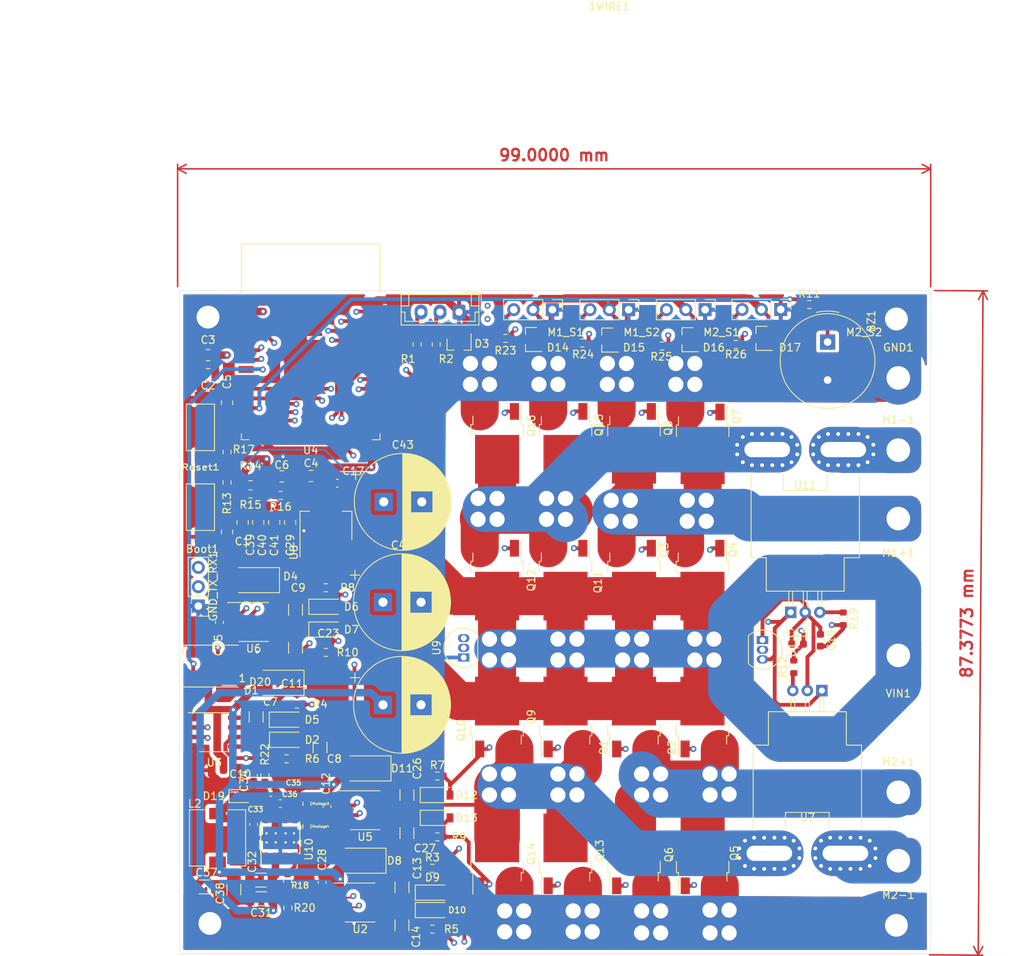
<source format=kicad_pcb>
(kicad_pcb (version 20211014) (generator pcbnew)
  (layers (0 "F.Cu" signal) (1 "In1.Cu" signal) (2 "In2.Cu" signal) (31 "B.Cu" signal) (34 "B.Paste" user) (35 "F.Paste" user) (36 "B.SilkS" user "B.Silkscreen") (37 "F.SilkS" user "F.Silkscreen") (38 "B.Mask" user) (39 "F.Mask" user) (44 "Edge.Cuts" user))
  (net 0 "")
  (net 1 "3_3V")
  (net 2 "Temp")
  (net 3 "GND")
  (net 4 "Net-(Boot1-Pad2)")
  (net 5 "Net-(GND_TX_RX1-Pad2)")
  (net 6 "Net-(C4-Pad2)")
  (net 7 "Net-(C5-Pad2)")
  (net 8 "Net-(C6-Pad2)")
  (net 9 "Net-(C7-Pad1)")
  (net 10 "5V")
  (net 11 "Net-(C11-Pad1)")
  (net 12 "Net-(D5-Pad2)")
  (net 13 "Net-(D5-Pad1)")
  (net 14 "M1_S1")
  (net 15 "M1_S2")
  (net 16 "M2_S1")
  (net 17 "M2_S2")
  (net 18 "Net-(GND_TX_RX1-Pad3)")
  (net 19 "VIN")
  (net 20 "Net-(R1-Pad1)")
  (net 21 "Net-(R14-Pad2)")
  (net 22 "Net-(C7-Pad2)")
  (net 23 "Net-(BZ1-Pad1)")
  (net 24 "Net-(R18-Pad2)")
  (net 25 "M2_A_LO")
  (net 26 "M2_A_HI")
  (net 27 "M1_A_LO")
  (net 28 "M1_A_HI")
  (net 29 "M2_B_HI")
  (net 30 "M2_B_LO")
  (net 32 "SDA")
  (net 33 "SCL")
  (net 34 "M2_Sense")
  (net 40 "M1_B_HI")
  (net 42 "M1_B_LO")
  (net 43 "M1_Sense")
  (net 44 "Net-(M1-1-Pad1)")
  (net 45 "Net-(D20-Pad4)")
  (net 46 "Net-(M2-1-Pad1)")
  (net 47 "Net-(U7-Pad3)")
  (net 48 "Net-(U11-Pad3)")
  (net 52 "Net-(C8-Pad2)")
  (net 53 "Net-(C9-Pad1)")
  (net 54 "Net-(C11-Pad2)")
  (net 55 "Net-(C13-Pad1)")
  (net 56 "Net-(C14-Pad2)")
  (net 57 "Net-(C13-Pad2)")
  (net 58 "Net-(C26-Pad1)")
  (net 59 "Net-(C27-Pad2)")
  (net 60 "Net-(C26-Pad2)")
  (net 61 "Net-(D2-Pad1)")
  (net 62 "Net-(D2-Pad2)")
  (net 63 "Net-(D6-Pad1)")
  (net 64 "Net-(D6-Pad2)")
  (net 65 "Net-(D7-Pad1)")
  (net 66 "Net-(D7-Pad2)")
  (net 67 "Net-(D9-Pad1)")
  (net 68 "Net-(D9-Pad2)")
  (net 69 "Net-(D10-Pad1)")
  (net 70 "Net-(D10-Pad2)")
  (net 71 "Net-(D12-Pad1)")
  (net 72 "Net-(D12-Pad2)")
  (net 73 "Net-(D13-Pad1)")
  (net 74 "Net-(D13-Pad2)")
  (net 75 "Net-(R11-Pad1)")
  (net 77 "Net-(C33-Pad1)")
  (net 78 "Net-(C33-Pad2)")
  (net 79 "Net-(C34-Pad1)")
  (net 80 "Net-(C35-Pad1)")
  (net 81 "VMosfet")
  (net 82 "Net-(R18-Pad1)")
  (net 83 "Net-(Rvoltage3-Pad2)")
  (net 86 "Net-(M1_S1-Pad3)")
  (net 87 "Net-(M1_S2-Pad3)")
  (net 88 "Net-(M2_S1-Pad3)")
  (net 89 "Net-(M2_S2-Pad3)")
  (footprint "Connector_JST:JST_EH_B3B-EH-A_1x03_P2.50mm_Vertical" (layer "F.Cu") (at 77.5 22.8375 180)
    (fp_text reference "1WIRE1")
    (fp_text value "Conn_01x03")
  )
  (footprint "Button_Switch_SMD:SW_SPST_CK_RS282G05A3" (layer "F.Cu") (at 43.5 48.5 90)
    (fp_text reference "Boot1")
    (fp_text value "Boot")
  )
  (footprint "Capacitor_SMD:C_0805_2012Metric" (layer "F.Cu") (at 47 51.75 90)
    (fp_text reference "C1")
    (fp_text value "100n")
  )
  (footprint "Capacitor_SMD:C_0805_2012Metric" (layer "F.Cu") (at 44.5 31)
    (fp_text reference "C2")
    (fp_text value "100n")
  )
  (footprint "Capacitor_SMD:C_0805_2012Metric" (layer "F.Cu") (at 44.5 28.5 180)
    (fp_text reference "C3")
    (fp_text value "22uf")
  )
  (footprint "Capacitor_SMD:C_0805_2012Metric" (layer "F.Cu") (at 58.05 44.4)
    (fp_text reference "C4")
    (fp_text value "22uf")
  )
  (footprint "Capacitor_SMD:C_0805_2012Metric" (layer "F.Cu") (at 47 34.75 -90)
    (fp_text reference "C5")
    (fp_text value "100n")
  )
  (footprint "Capacitor_SMD:C_0805_2012Metric" (layer "F.Cu") (at 54.2 44.45 180)
    (fp_text reference "C6")
    (fp_text value "22uf")
  )
  (footprint "Capacitor_SMD:C_1206_3216Metric" (layer "F.Cu") (at 59.22452 80.10048 -90)
    (fp_text reference "C8")
    (fp_text value "10uF")
  )
  (footprint "Capacitor_SMD:C_0603_1608Metric" (layer "F.Cu") (at 45.75 83.1 180)
    (fp_text reference "C10")
    (fp_text value "100nF")
  )
  (footprint "Package_TO_SOT_SMD:SOT-23" (layer "F.Cu") (at 77.5 27.0875 -90)
    (fp_text reference "D3")
    (fp_text value "BAS40-04")
  )
  (footprint "Package_TO_SOT_SMD:SOT-23" (layer "F.Cu") (at 86.995 26.445978 180)
    (fp_text reference "D14")
    (fp_text value "BAS40-04")
  )
  (footprint "Package_TO_SOT_SMD:SOT-23" (layer "F.Cu") (at 97.02 26.52 180)
    (fp_text reference "D15")
    (fp_text value "BAS40-04")
  )
  (footprint "Package_TO_SOT_SMD:SOT-23" (layer "F.Cu") (at 107.575 26.47 180)
    (fp_text reference "D16")
    (fp_text value "BAS40-04")
  )
  (footprint "Package_TO_SOT_SMD:SOT-23" (layer "F.Cu") (at 117.29 26.3 180)
    (fp_text reference "D17")
    (fp_text value "BAS40-04")
  )
  (footprint "Connector_PinHeader_2.54mm:PinHeader_1x03_P2.54mm_Vertical" (layer "F.Cu") (at 43.225 61.5 180)
    (fp_text reference "GND_TX_RX1")
    (fp_text value "Conn_01x03_Female")
  )
  (footprint "Package_TO_SOT_SMD:TO-252-2" (layer "F.Cu") (at 100.5 58.1 -90)
    (fp_text reference "Q3")
    (fp_text value "Q_NMOS_GDS")
  )
  (footprint "Package_TO_SOT_SMD:TO-252-2" (layer "F.Cu") (at 109.5 58.1 -90)
    (fp_text reference "Q4")
    (fp_text value "Q_NMOS_GDS")
  )
  (footprint "Package_TO_SOT_SMD:TO-252-2" (layer "F.Cu") (at 109.525 40.175 -90)
    (fp_text reference "Q7")
    (fp_text value "Q_NMOS_GDS")
  )
  (footprint "Package_TO_SOT_SMD:TO-252-2" (layer "F.Cu") (at 100.5 40.1 -90)
    (fp_text reference "Q8")
    (fp_text value "Q_NMOS_GDS")
  )
  (footprint "Package_TO_SOT_SMD:TO-252-2" (layer "F.Cu") (at 91.5 58.1 -90)
    (fp_text reference "Q11")
    (fp_text value "Q_NMOS_GDS")
  )
  (footprint "Package_TO_SOT_SMD:TO-252-2" (layer "F.Cu") (at 82.5 58.1 -90)
    (fp_text reference "Q12")
    (fp_text value "Q_NMOS_GDS")
  )
  (footprint "Package_TO_SOT_SMD:TO-252-2" (layer "F.Cu") (at 91.5 40.1 -90)
    (fp_text reference "Q15")
    (fp_text value "Q_NMOS_GDS")
  )
  (footprint "Package_TO_SOT_SMD:TO-252-2" (layer "F.Cu") (at 82.5 40.1 -90)
    (fp_text reference "Q16")
    (fp_text value "Q_NMOS_GDS")
  )
  (footprint "Resistor_SMD:R_0603_1608Metric" (layer "F.Cu") (at 72 27.0875 90)
    (fp_text reference "R1")
    (fp_text value "1k")
  )
  (footprint "Resistor_SMD:R_0603_1608Metric" (layer "F.Cu") (at 74.5 27.0875 90)
    (fp_text reference "R2")
    (fp_text value "1k")
  )
  (footprint "Resistor_SMD:R_0603_1608Metric" (layer "F.Cu") (at 56.2 74.4)
    (fp_text reference "R4")
    (fp_text value "15")
  )
  (footprint "Resistor_SMD:R_0603_1608Metric" (layer "F.Cu") (at 54.825 81.60048)
    (fp_text reference "R6")
    (fp_text value "15")
  )
  (footprint "Resistor_SMD:R_0603_1608Metric" (layer "F.Cu") (at 60 59.1)
    (fp_text reference "R8")
    (fp_text value "15")
  )
  (footprint "Resistor_SMD:R_0603_1608Metric" (layer "F.Cu") (at 60 67.6)
    (fp_text reference "R10")
    (fp_text value "15")
  )
  (footprint "Resistor_SMD:R_0603_1608Metric" (layer "F.Cu") (at 47 45.25 -90)
    (fp_text reference "R13")
    (fp_text value "1k")
  )
  (footprint "Resistor_SMD:R_0603_1608Metric" (layer "F.Cu") (at 50.0875 44.5)
    (fp_text reference "R14")
    (fp_text value "1k")
  )
  (footprint "Resistor_SMD:R_0603_1608Metric" (layer "F.Cu") (at 50.0875 46.75 180)
    (fp_text reference "R15")
    (fp_text value "1k")
  )
  (footprint "Resistor_SMD:R_0603_1608Metric" (layer "F.Cu") (at 54.05 46.95)
    (fp_text reference "R16")
    (fp_text value "10k")
  )
  (footprint "Resistor_SMD:R_0603_1608Metric" (layer "F.Cu") (at 47 41.25 90)
    (fp_text reference "R17")
    (fp_text value "1k")
  )
  (footprint "Button_Switch_SMD:SW_SPST_CK_RS282G05A3" (layer "F.Cu") (at 43.5 38 -90)
    (fp_text reference "Reset1")
    (fp_text value "SW_Push")
  )
  (footprint "Package_TO_SOT_THT:TO-92_Inline" (layer "F.Cu") (at 117.39 65.98 -90)
    (fp_text reference "U1")
    (fp_text value "DS18B20")
  )
  (footprint "Package_SO:SOP-8_3.9x4.9mm_P1.27mm" (layer "F.Cu") (at 45.325 78.10048)
    (fp_text reference "U3")
    (fp_text value "IR2103")
  )
  (footprint "RF_Module:ESP32-WROOM-32" (layer "F.Cu") (at 58 29.75)
    (fp_text reference "U4")
    (fp_text value "ESP32-WROOM-32D")
  )
  (footprint "Package_SO:SOP-8_3.9x4.9mm_P1.27mm" (layer "F.Cu") (at 50.5 63.6)
    (fp_text reference "U6")
    (fp_text value "IR2103")
  )
  (footprint "Package_TO_SOT_SMD:SOT-223-3_TabPin2" (layer "F.Cu") (at 60 50.95 90)
    (fp_text reference "U8")
    (fp_text value "AMS1117-3.3")
  )
  (footprint "Package_TO_SOT_SMD:TO-252-2" (layer "F.Cu") (at 82.5 94.1 90)
    (fp_text reference "Q14")
    (fp_text value "Q_NMOS_GDS")
  )
  (footprint "Package_TO_SOT_SMD:TO-252-2" (layer "F.Cu") (at 91.5 94.1 90)
    (fp_text reference "Q13")
    (fp_text value "Q_NMOS_GDS")
  )
  (footprint "Package_TO_SOT_SMD:TO-252-2" (layer "F.Cu") (at 82.5 76.1 90)
    (fp_text reference "Q10")
    (fp_text value "Q_NMOS_GDS")
  )
  (footprint "Package_TO_SOT_SMD:TO-252-2" (layer "F.Cu") (at 91.5 76.1 90)
    (fp_text reference "Q9")
    (fp_text value "Q_NMOS_GDS")
  )
  (footprint "Package_TO_SOT_SMD:TO-252-2" (layer "F.Cu") (at 100.5 94.1 90)
    (fp_text reference "Q6")
    (fp_text value "Q_NMOS_GDS")
  )
  (footprint "Package_TO_SOT_SMD:TO-252-2" (layer "F.Cu") (at 109.525 94.1 90)
    (fp_text reference "Q5")
    (fp_text value "Q_NMOS_GDS")
  )
  (footprint "Package_TO_SOT_SMD:TO-252-2" (layer "F.Cu") (at 109.5 76.1 90)
    (fp_text reference "Q2")
    (fp_text value "Q_NMOS_GDS")
  )
  (footprint "Package_TO_SOT_SMD:TO-252-2" (layer "F.Cu") (at 100.5 76.1 90)
    (fp_text reference "Q1")
    (fp_text value "Q_NMOS_GDS")
  )
  (footprint "Package_SO:SOP-8_3.9x4.9mm_P1.27mm" (layer "F.Cu") (at 65.15 88.365)
    (fp_text reference "U5")
    (fp_text value "IR2103")
  )
  (footprint "Resistor_SMD:R_0603_1608Metric" (layer "F.Cu") (at 74.65 91.865)
    (fp_text reference "R9")
    (fp_text value "15")
  )
  (footprint "Package_SO:SOP-8_3.9x4.9mm_P1.27mm" (layer "F.Cu") (at 64.5 100.5)
    (fp_text reference "U2")
    (fp_text value "IR2103")
  )
  (footprint "Package_TO_SOT_THT:TO-92_Inline" (layer "F.Cu") (at 78.11 68.27 90)
    (fp_text reference "U9")
    (fp_text value "DS18B20")
  )
  (footprint "Connector_PinHeader_2.54mm:PinHeader_1x03_P2.54mm_Vertical" (layer "F.Cu") (at 89.77 22.52 -90)
    (fp_text reference "M1_S1")
    (fp_text value "Conn_01x03_Female")
  )
  (footprint "Connector_PinHeader_2.54mm:PinHeader_1x03_P2.54mm_Vertical" (layer "F.Cu") (at 99.795 22.52 -90)
    (fp_text reference "M1_S2")
    (fp_text value "Conn_01x03_Female")
  )
  (footprint "Connector_PinHeader_2.54mm:PinHeader_1x03_P2.54mm_Vertical" (layer "F.Cu") (at 109.85 22.52 -90)
    (fp_text reference "M2_S1")
    (fp_text value "Conn_01x03_Female")
  )
  (footprint "Connector_PinHeader_2.54mm:PinHeader_1x03_P2.54mm_Vertical" (layer "F.Cu") (at 119.79 22.5 -90)
    (fp_text reference "M2_S2")
    (fp_text value "Conn_01x03_Female")
  )
  (footprint "Capacitor_THT:CP_Radial_D12.5mm_P5.00mm" (layer "F.Cu") (at 67.5 74.5)
    (fp_text reference "C23")
    (fp_text value "1500uF")
  )
  (footprint "Resistor_SMD:R_0603_1608Metric_Pad0.98x0.95mm_HandSolder" (layer "F.Cu") (at 54.95 97.6 -90)
    (fp_text reference "R18")
    (fp_text value "82k")
  )
  (footprint "Capacitor_SMD:C_0603_1608Metric" (layer "F.Cu") (at 122 66.5)
    (fp_text reference "C15")
    (fp_text value "100nF")
  )
  (footprint "Capacitor_SMD:C_0603_1608Metric" (layer "F.Cu") (at 54 87.5 180)
    (fp_text reference "C36")
    (fp_text value "39pf")
  )
  (footprint "Diode_SMD:D_SOD-123" (layer "F.Cu") (at 74.65 89.365)
    (fp_text reference "D13")
    (fp_text value "D")
  )
  (footprint "Capacitor_SMD:C_0603_1608Metric" (layer "F.Cu") (at 52.75 86 180)
    (fp_text reference "C35")
    (fp_text value "39pf")
  )
  (footprint "Wire-Solder:60A_Wire_solder" (layer "F.Cu") (at 135.25 68)
    (fp_text reference "VIN1")
    (fp_text value "Conn_01x01_Female")
  )
  (footprint "Capacitor_SMD:C_0603_1608Metric" (layer "F.Cu") (at 61.5 45.35 180)
    (fp_text reference "C17")
    (fp_text value "22uF")
  )
  (footprint "Capacitor_SMD:C_1206_3216Metric" (layer "F.Cu") (at 70.65 86.365 -90)
    (fp_text reference "C26")
    (fp_text value "10uF")
  )
  (footprint "Resistor_SMD:R_0603_1608Metric" (layer "F.Cu") (at 121.5 69.5 90)
    (fp_text reference "R12")
    (fp_text value "1k")
  )
  (footprint "Diode_SMD:D_SOD-123" (layer "F.Cu") (at 60 64.6)
    (fp_text reference "D7")
    (fp_text value "D")
  )
  (footprint "Capacitor_SMD:C_0805_2012Metric" (layer "F.Cu") (at 49.05 50.5 -90)
    (fp_text reference "C39")
    (fp_text value "47uF")
  )
  (footprint "Resistor_SMD:R_0603_1608Metric" (layer "F.Cu") (at 74.65 83.865)
    (fp_text reference "R7")
    (fp_text value "15")
  )
  (footprint "Resistor_SMD:R_0603_1608Metric" (layer "F.Cu") (at 57.5 90.5 -90)
    (fp_text reference "Rvoltage4")
    (fp_text value "1.4k")
  )
  (footprint "Wire-Solder:60A_Wire_solder" (layer "F.Cu") (at 135.25 41)
    (fp_text reference "M1-1")
    (fp_text value "Conn_01x01_Female")
  )
  (footprint "Capacitor_SMD:C_0603_1608Metric" (layer "F.Cu") (at 59.5 97.865 -90)
    (fp_text reference "C28")
    (fp_text value "100nF")
  )
  (footprint "Resistor_SMD:R_0603_1608Metric" (layer "F.Cu") (at 83.6 26.3)
    (fp_text reference "R23")
    (fp_text value "10k")
  )
  (footprint "Sensor_Current:Allegro_CB_PFF" (layer "F.Cu") (at 125.2 72.625 180)
    (fp_text reference "U7")
    (fp_text value "ACS758xCB-100B-PFF")
  )
  (footprint "Diode_SMD:D_SOD-123" (layer "F.Cu") (at 54.825 79.10048)
    (fp_text reference "D2")
    (fp_text value "D")
  )
  (footprint "Resistor_SMD:R_0603_1608Metric" (layer "F.Cu") (at 104.2 27.3)
    (fp_text reference "R25")
    (fp_text value "10k")
  )
  (footprint "Resistor_SMD:R_0603_1608Metric" (layer "F.Cu") (at 74 104)
    (fp_text reference "R5")
    (fp_text value "15")
  )
  (footprint "Wire-Solder:60A_Wire_solder" (layer "F.Cu") (at 135.25 86)
    (fp_text reference "M2+1")
    (fp_text value "Conn_01x01_Female")
  )
  (footprint "Capacitor_SMD:C_1206_3216Metric" (layer "F.Cu") (at 56 62 -90)
    (fp_text reference "C9")
    (fp_text value "10uF")
  )
  (footprint "Wire-Solder:60A_Wire_solder" (layer "F.Cu") (at 135.25 95)
    (fp_text reference "M2-1")
    (fp_text value "Conn_01x01_Female")
  )
  (footprint "Capacitor_SMD:C_0805_2012Metric" (layer "F.Cu") (at 55.3 50.5 -90)
    (fp_text reference "C29")
    (fp_text value "47uF")
  )
  (footprint "Capacitor_SMD:C_0805_2012Metric" (layer "F.Cu") (at 51.1 50.5 -90)
    (fp_text reference "C40")
    (fp_text value "47uF")
  )
  (footprint "Capacitor_SMD:C_1206_3216Metric" (layer "F.Cu") (at 56 67 -90)
    (fp_text reference "C11")
    (fp_text value "10uF")
  )
  (footprint "Diode_SMD:D_SOD-123" (layer "F.Cu") (at 74 101.5)
    (fp_text reference "D10")
    (fp_text value "D")
  )
  (footprint "Capacitor_SMD:C_1206_3216Metric" (layer "F.Cu") (at 70.65 91.365 -90)
    (fp_text reference "C27")
    (fp_text value "10uF")
  )
  (footprint "Capacitor_SMD:C_0603_1608Metric" (layer "F.Cu") (at 125 66 -90)
    (fp_text reference "C16")
    (fp_text value "100nF")
  )
  (footprint "Buzzer_Beeper:Buzzer_TDK_PS1240P02BT_D12.2mm_H6.5mm" (layer "F.Cu") (at 125.95 26.779216 -90)
    (fp_text reference "BZ1")
    (fp_text value "Buzzer")
  )
  (footprint "Capacitor_SMD:C_0603_1608Metric" (layer "F.Cu") (at 50.5 90.225 90)
    (fp_text reference "C33")
    (fp_text value "100nF")
  )
  (footprint "Diode_SMD:D_SOD-123" (layer "F.Cu") (at 74 99.2)
    (fp_text reference "D9")
    (fp_text value "D")
  )
  (footprint "Resistor_SMD:R_0603_1608Metric_Pad0.98x0.95mm_HandSolder" (layer "F.Cu") (at 55 101.2 -90)
    (fp_text reference "R20")
    (fp_text value "82k")
  )
  (footprint "Capacitor_THT:CP_Radial_D12.5mm_P5.00mm" (layer "F.Cu") (at 67.6 47.8)
    (fp_text reference "C43")
    (fp_text value "1500uF")
  )
  (footprint "Capacitor_SMD:C_0805_2012Metric" (layer "F.Cu") (at 53.2 50.5 -90)
    (fp_text reference "C41")
    (fp_text value "47uF")
  )
  (footprint "Capacitor_SMD:C_1206_3216Metric" (layer "F.Cu") (at 50.825 76.10048 -90)
    (fp_text reference "C7")
    (fp_text value "10uF")
  )
  (footprint "Resistor_SMD:R_0603_1608Metric" (layer "F.Cu") (at 128 63.175 -90)
    (fp_text reference "R19")
    (fp_text value "1k")
  )
  (footprint "Capacitor_SMD:C_1206_3216Metric" (layer "F.Cu") (at 70 103.5 -90)
    (fp_text reference "C14")
    (fp_text value "10uF")
  )
  (footprint "Wire-Solder:60A_Wire_solder" (layer "F.Cu") (at 135.25 31.5)
    (fp_text reference "GND1")
    (fp_text value "Conn_01x01_Female")
  )
  (footprint "Diode_SMD:D_SMA" (layer "F.Cu") (at 64.5 95 180)
    (fp_text reference "D8")
    (fp_text value "US1A")
  )
  (footprint "Diode_SMD:D_SOD-123" (layer "F.Cu") (at 60 61.6)
    (fp_text reference "D6")
    (fp_text value "D")
  )
  (footprint "Capacitor_SMD:C_0603_1608Metric" (layer "F.Cu") (at 46 63.65 -90)
    (fp_text reference "C25")
    (fp_text value "100nF")
  )
  (footprint "LED_SMD:LED_WS2812B_PLCC4_5.0x5.0mm_P3.2mm" (layer "F.Cu") (at 44.85 69.4 180)
    (fp_text reference "D20")
    (fp_text value "WS2812B")
  )
  (footprint "Resistor_SMD:R_0603_1608Metric" (layer "F.Cu") (at 123.55 21.85)
    (fp_text reference "R11")
    (fp_text value "15")
  )
  (footprint "Diode_SMD:D_SOD-123" (layer "F.Cu") (at 74.65 86.365)
    (fp_text reference "D12")
    (fp_text value "D")
  )
  (footprint "Diode_SMD:D_SOD-123" (layer "F.Cu") (at 54.8 76.45)
    (fp_text reference "D5")
    (fp_text value "D")
  )
  (footprint "Capacitor_SMD:C_1206_3216Metric" (layer "F.Cu") (at 51.45 97.55 180)
    (fp_text reference "C32")
    (fp_text value "2.2uF 60V")
  )
  (footprint "Resistor_SMD:R_0603_1608Metric" (layer "F.Cu") (at 113.9 27.1)
    (fp_text reference "R26")
    (fp_text value "10k")
  )
  (footprint "Wire-Solder:60A_Wire_solder" (layer "F.Cu") (at 135.25 50)
    (fp_text reference "M1+1")
    (fp_text value "Conn_01x01_Female")
  )
  (footprint "Capacitor_SMD:C_0603_1608Metric" (layer "F.Cu") (at 60.15 87.865 -90)
    (fp_text reference "C12")
    (fp_text value "100nF")
  )
  (footprint "Capacitor_SMD:C_1206_3216Metric" (layer "F.Cu") (at 47.9 98.8 -90)
    (fp_text reference "C38")
    (fp_text value "47uF")
  )
  (footprint "Diode_SMD:D_SMA" (layer "F.Cu") (at 53.72452 71.60048 180)
    (fp_text reference "D1")
    (fp_text value "US1A")
  )
  (footprint "Resistor_SMD:R_0603_1608Metric" (layer "F.Cu") (at 57.5 87.5 -90)
    (fp_text reference "Rvoltage3")
    (fp_text value "13k")
  )
  (footprint "Inductor_SMD:L_7.3x7.3_H4.5" (layer "F.Cu") (at 45.75 92 -90)
    (fp_text reference "L2")
    (fp_text value "15uH")
  )
  (footprint "Resistor_SMD:R_0603_1608Metric" (layer "F.Cu") (at 93.7 26.9)
    (fp_text reference "R24")
    (fp_text value "10k")
  )
  (footprint "Capacitor_SMD:C_1206_3216Metric" (layer "F.Cu") (at 51.5 100 180)
    (fp_text reference "C31")
    (fp_text value "2.2uF 60V")
  )
  (footprint "Diode_SMD:D_SMA" (layer "F.Cu") (at 65.15 82.865 180)
    (fp_text reference "D11")
    (fp_text value "US1A")
  )
  (footprint "Capacitor_THT:CP_Radial_D12.5mm_P5.00mm" (layer "F.Cu") (at 67.5 61)
    (fp_text reference "C42")
    (fp_text value "1500uF")
  )
  (footprint "Capacitor_SMD:C_1206_3216Metric" (layer "F.Cu") (at 44 98.45)
    (fp_text reference "C37")
    (fp_text value "47uF")
  )
  (footprint "Sensor_Current:Allegro_CB_PFF" (layer "F.Cu") (at 121.1 62.325)
    (fp_text reference "U11")
    (fp_text value "ACS758xCB-100B-PFF")
  )
  (footprint "Capacitor_SMD:C_1206_3216Metric" (layer "F.Cu") (at 70 98.5 -90)
    (fp_text reference "C13")
    (fp_text value "10uF")
  )
  (footprint "Resistor_SMD:R_0603_1608Metric" (layer "F.Cu") (at 74 96)
    (fp_text reference "R3")
    (fp_text value "15")
  )
  (footprint "Capacitor_SMD:C_0603_1608Metric" (layer "F.Cu") (at 50.475 83.775 -90)
    (fp_text reference "C34")
    (fp_text value "6800pF")
  )
  (footprint "Diode_SMD:D_SOD-323" (layer "F.Cu") (at 48.75 86.5)
    (fp_text reference "D19")
    (fp_text value "40v 1A ")
  )
  (footprint "Resistor_SMD:R_0603_1608Metric" (layer "F.Cu") (at 51.975 83.775 90)
    (fp_text reference "R22")
    (fp_text value "13k")
  )
  (footprint "Diode_SMD:D_SMA" (layer "F.Cu") (at 50.5 58.1 180)
    (fp_text reference "D4")
    (fp_text value "US1A")
  )
  (footprint "Package_SO:TI_SO-PowerPAD-8_ThermalVias" (layer "F.Cu") (at 54 92 90)
    (fp_text reference "U10")
    (fp_text value "TPS54360DDA")
  )
  (gr_line (start 139.5 20) (end 139.5 107.25) (layer "Edge.Cuts") (width 0.05))
  (gr_line (start 40.75 20) (end 40.75 107.25) (layer "Edge.Cuts") (width 0.05))
  (gr_line (start 139.5 107.25) (end 40.75 107.25) (layer "Edge.Cuts") (width 0.05))
  (gr_line (start 40.75 20) (end 139.5 20) (layer "Edge.Cuts") (width 0.05))
  (dimension (type aligned) (layer "F.Cu") (pts (xy 139.5 20) (xy 138.865 107.375)) (height -6.885816) (gr_text "87.3773 mm" (at 144.268182 63.724461 89.58360882) (layer "F.Cu") (effects (font (size 1.5 1.5) (thickness 0.3)))) (format (units 3) (units_format 1) (precision 4)) (style (thickness 0.2) (arrow_length 1.27) (text_position_mode 0) (extension_height 0.58642) (extension_offset 0.5) keep_text_aligned))
  (dimension (type aligned) (layer "F.Cu") (pts (xy 40.5 20) (xy 139.5 20)) (height -16) (gr_text "99.0000 mm" (at 90 2.2) (layer "F.Cu") (effects (font (size 1.5 1.5) (thickness 0.3)))) (format (units 3) (units_format 1) (precision 4)) (style (thickness 0.2) (arrow_length 1.27) (text_position_mode 0) (extension_height 0.58642) (extension_offset 0.5) keep_text_aligned))
  (segment (start 60.525 47.8) (end 62.325 46) (width 0.5) (layer "F.Cu") (net 1))
  (segment (start 76.147849 26.0875) (end 75.198329 27.03702) (width 0.5) (layer "F.Cu") (net 1))
  (segment (start 118.1395 63.579977) (end 119.845023 63.579977) (width 0.5) (layer "F.Cu") (net 1))
  (segment (start 76.55 26.0875) (end 76.147849 26.0875) (width 0.5) (layer "F.Cu") (net 1))
  (segment (start 55.15 48.25) (end 55.625 48.25) (width 1) (layer "F.Cu") (net 1))
  (segment (start 123.5 74.5) (end 125.2 72.8) (width 0.5) (layer "F.Cu") (net 1))
  (segment (start 49.5 22.765) (end 51.735 22.765) (width 1) (layer "F.Cu") (net 1))
  (segment (start 53 48.25) (end 55.15 48.25) (width 1) (layer "F.Cu") (net 1))
  (segment (start 51.1 49.55) (end 55.3 49.55) (width 0.5) (layer "F.Cu") (net 1))
  (segment (start 49.25 47.25) (end 50.25 48.25) (width 1) (layer "F.Cu") (net 1))
  (segment (start 55.625 48.25) (end 56.6 47.275) (width 1) (layer "F.Cu") (net 1))
  (segment (start 49.2625 46.75) (end 49.25 46.7625) (width 1) (layer "F.Cu") (net 1))
  (segment (start 56.325 47) (end 59.35 47) (width 1) (layer "F.Cu") (net 1))
  (segment (start 45.45 28.5) (end 45.45 31) (width 1) (layer "F.Cu") (net 1))
  (segment (start 53 48.55) (end 54 49.55) (width 0.5) (layer "F.Cu") (net 1))
  (segment (start 119.5 74.5) (end 123.5 74.5) (width 0.5) (layer "F.Cu") (net 1))
  (segment (start 119 64.425) (end 121.1 62.325) (width 0.5) (layer "F.Cu") (net 1))
  (segment (start 72.86202 27.03702) (end 72 26.175) (width 0.5) (layer "F.Cu") (net 1))
  (segment (start 54 49.55) (end 51.99 49.55) (width 0.5) (layer "F.Cu") (net 1))
  (segment (start 75.198329 27.03702) (end 72.86202 27.03702) (width 0.5) (layer "F.Cu") (net 1))
  (segment (start 59.35 47) (end 60.15 47.8) (width 1) (layer "F.Cu") (net 1))
  (segment (start 60.15 47.8) (end 60.525 47.8) (width 0.5) (layer "F.Cu") (net 1))
  (segment (start 58.35 49.6) (end 60.15 47.8) (width 1) (layer "F.Cu") (net 1))
  (segment (start 49.05 49.55) (end 51.1 49.55) (width 0.5) (layer "F.Cu") (net 1))
  (segment (start 54.875 47.975) (end 55.15 48.25) (width 1) (layer "F.Cu") (net 1))
  (segment (start 119 74) (end 119.5 74.5) (width 0.5) (layer "F.Cu") (net 1))
  (segment (start 51.99 49.55) (end 51.99 49.26) (width 0.5) (layer "F.Cu") (net 1))
  (segment (start 47 28.5) (end 45.45 28.5) (width 1) (layer "F.Cu") (net 1))
  (segment (start 56 49.55) (end 54 49.55) (width 0.5) (layer "F.Cu") (net 1))
  (segment (start 117.39 68.52) (end 118.48 68.52) (width 0.5) (layer "F.Cu") (net 1))
  (segment (start 53 48.25) (end 53 48.55) (width 0.5) (layer "F.Cu") (net 1))
  (segment (start 119 68) (end 119 64.425) (width 0.5) (layer "F.Cu") (net 1))
  (segment (start 72 26.175) (end 72 23.3375) (width 0.5) (layer "F.Cu") (net 1))
  (segment (start 119 68) (end 119 74) (width 0.5) (layer "F.Cu") (net 1))
  (segment (start 60.15 54.1) (end 60.15 47.8) (width 1) (layer "F.Cu") (net 1))
  (segment (start 119.845023 63.579977) (end 121.1 62.325) (width 0.5) (layer "F.Cu") (net 1))
  (segment (start 51.99 49.26) (end 53 48.25) (width 0.5) (layer "F.Cu") (net 1))
  (segment (start 56.6 47.275) (end 56.325 47) (width 1) (layer "F.Cu") (net 1))
  (segment (start 54.875 46.95) (end 54.875 47.975) (width 1) (layer "F.Cu") (net 1))
  (segment (start 45.8 68.95) (end 45.8 66.95) (width 0.5) (layer "F.Cu") (net 1))
  (segment (start 125.2 72.8) (end 125.2 72.625) (width 0.5) (layer "F.Cu") (net 1))
  (segment (start 47.45 70.6) (end 45.8 68.95) (width 0.5) (layer "F.Cu") (net 1))
  (segment (start 118.48 68.52) (end 119 68) (width 0.5) (layer "F.Cu") (net 1))
  (segment (start 50.25 48.25) (end 53 48.25) (width 1) (layer "F.Cu") (net 1))
  (segment (start 51.735 22.765) (end 51.75 22.75) (width 1) (layer "F.Cu") (net 1))
  (segment (start 49.25 46.7625) (end 49.25 47.25) (width 1) (layer "F.Cu") (net 1))
  (segment (start 72 23.3375) (end 72.5 22.8375) (width 0.5) (layer "F.Cu") (net 1))
  (segment (start 55.65 49.6) (end 58.35 49.6) (width 1) (layer "F.Cu") (net 1))
  (via (at 51.75 22.75) (size 0.8) (drill 0.4) (layers "F.Cu" "B.Cu") (net 1))
  (via (at 47 28.5) (size 0.8) (drill 0.4) (layers "F.Cu" "B.Cu") (net 1))
  (via (at 118.1395 63.579977) (size 0.8) (drill 0.4) (layers "F.Cu" "B.Cu") (net 1))
  (via (at 53 48.25) (size 0.8) (drill 0.4) (layers "F.Cu" "B.Cu") (net 1))
  (via (at 45.8 66.95) (size 0.8) (drill 0.4) (layers "F.Cu" "B.Cu") (net 1))
  (segment (start 77.5 25.5875) (end 77.5 28.0875) (width 0.5) (layer "F.Cu") (net 2))
  (segment (start 67.38 36.735) (end 72.1075 32.0075) (width 0.5) (layer "F.Cu") (net 2))
  (segment (start 66.5 36.735) (end 67.38 36.735) (width 0.5) (layer "F.Cu") (net 2))
  (segment (start 72.1075 32.0075) (end 76.0275 28.0875) (width 0.5) (layer "F.Cu") (net 2))
  (segment (start 74.5 23.3375) (end 75 22.8375) (width 0.5) (layer "F.Cu") (net 2))
  (segment (start 70.55 30.45) (end 72.1075 32.0075) (width 0.5) (layer "F.Cu") (net 2))
  (segment (start 74.5 26.175) (end 75.387011 25.287989) (width 0.5) (layer "F.Cu") (net 2))
  (segment (start 77.200489 25.287989) (end 77.5 25.5875) (width 0.5) (layer "F.Cu") (net 2))
  (segment (start 76.0275 28.0875) (end 77.5 28.0875) (width 0.5) (layer "F.Cu") (net 2))
  (segment (start 75.387011 25.287989) (end 77.200489 25.287989) (width 0.5) (layer "F.Cu") (net 2))
  (segment (start 74.5 26.175) (end 74.5 23.3375) (width 0.5) (layer "F.Cu") (net 2))
  (via (at 70.55 30.45) (size 0.8) (drill 0.4) (layers "F.Cu" "B.Cu") (net 2))
  (segment (start 56.9 44.4) (end 54.35 41.85) (width 1) (layer "F.Cu") (net 3))
  (segment (start 43.225 61.5) (end 43.225 66.725) (width 0.5) (layer "F.Cu") (net 3))
  (segment (start 123.01 62.99) (end 123.01 62.325) (width 0.5) (layer "F.Cu") (net 3))
  (segment (start 118.29 27.25) (end 118.29 29.71) (width 0.5) (layer "F.Cu") (net 3))
  (segment (start 117.39 65.98) (end 117.165 65.98) (width 0.5) (layer "F.Cu") (net 3))
  (segment (start 84.78 98.3) (end 84.78 103.38) (width 5) (layer "F.Cu") (net 3))
  (segment (start 46.075 98.45) (end 47.9 100.275) (width 1) (layer "F.Cu") (net 3))
  (segment (start 48.905 65.505) (end 50.95 67.55) (width 1) (layer "F.Cu") (net 3))
  (segment (start 93.78 98.3) (end 93.78 103.38) (width 5) (layer "F.Cu") (net 3))
  (segment (start 58.397918 45.725) (end 57.1 44.427082) (width 1) (layer "F.Cu") (net 3))
  (segment (start 121.225 66.5) (end 121.225 64.775) (width 0.5) (layer "F.Cu") (net 3))
  (segment (start 135.25 32) (end 134.8875 31.6375) (width 6) (layer "F.Cu") (net 3))
  (segment (start 46.75 85.4) (end 44.975 83.625) (width 1) (layer "F.Cu") (net 3))
  (segment (start 48.8 52.7) (end 50 51.5) (width 1) (layer "F.Cu") (net 3))
  (segment (start 59.5 100.64566) (end 61.25934 102.405) (width 1) (layer "F.Cu") (net 3))
  (segment (start 98.275 30.875) (end 104 30.875) (width 6) (layer "F.Cu") (net 3))
  (segment (start 48.7 85.4) (end 46.75 85.4) (width 1) (layer "F.Cu") (net 3))
  (segment (start 117.39 63.21) (end 119.95 60.65) (width 0.5) (layer "F.Cu") (net 3))
  (segment (start 62.525 90.27) (end 61.78 90.27) (width 1) (layer "F.Cu") (net 3))
  (segment (start 123.29 72.625) (end 123.29 68.21) (width 0.5) (layer "F.Cu") (net 3))
  (segment (start 119.95 60.65) (end 122.39566 60.65) (width 0.5) (layer "F.Cu") (net 3))
  (segment (start 57.85 54.1) (end 57.85 53.7) (width 1) (layer "F.Cu") (net 3))
  (segment (start 50.125 99.55) (end 50.125 97.2) (width 1) (layer "F.Cu") (net 3))
  (segment (start 51.94 51.5) (end 51.99 51.45) (width 0.5) (layer "F.Cu") (net 3))
  (segment (start 111.78 98.3) (end 111.78 103.38) (width 5) (layer "F.Cu") (net 3))
  (segment (start 41.955 80.00548) (end 42.7 80.00548) (width 0.5) (layer "F.Cu") (net 3))
  (segment (start 57.1 44.427082) (end 57.1 44.4) (width 1) (layer "F.Cu") (net 3))
  (segment (start 57 28.995) (end 57 23) (width 1) (layer "F.Cu") (net 3))
  (segment (start 43.5 34.1) (end 43.5 31.05) (width 1) (layer "F.Cu") (net 3))
  (segment (start 55.8 92.6) (end 56.554511 93.354511) (width 0.5) (layer "F.Cu") (net 3))
  (segment (start 53.225 87.5) (end 50.8 87.5) (width 1) (layer "F.Cu") (net 3))
  (segment (start 50.8 87.5) (end 49.8 86.5) (width 1) (layer "F.Cu") (net 3))
  (segment (start 53.365 91.365) (end 53.4 91.4) (width 1) (layer "F.Cu") (net 3))
  (segment (start 58.505 21.495) (end 57 23) (width 1) (layer "F.Cu") (net 3))
  (segment (start 122.39566 60.65) (end 123.01 61.26434) (width 0.5) (layer "F.Cu") (net 3))
  (segment (start 77.5 22.8375) (end 78.45 23.7875) (width 1) (layer "F.Cu") (net 3))
  (segment (start 56.04375 96.54375) (end 56.04375 101.06875) (width 0.5) (layer "F.Cu") (net 3))
  (segment (start 98.02 27.47) (end 98.02 29.48) (width 0.5) (layer "F.Cu") (net 3))
  (segment (start 50.475 84.55) (end 50.475 85.825) (width 0.5) (layer "F.Cu") (net 3))
  (segment (start 59.5 98.64) (end 59.5 100.64566) (width 1) (layer "F.Cu") (net 3))
  (segment (start 119.79 25.75) (end 119.79 22.5) (width 0.5) (layer "F.Cu") (net 3))
  (segment (start 48.255 39.005) (end 48.07452 38.82452) (width 0.5) (layer "F.Cu") (net 3))
  (segment (start 57.5 91.325) (end 57.5 91.29) (width 1) (layer "F.Cu") (net 3))
  (segment (start 66.5 21.495) (end 58.505 21.495) (width 1) (layer "F.Cu") (net 3))
  (segment (start 54 51.45) (end 56 51.45) (width 0.5) (layer "F.Cu") (net 3))
  (segment (start 50 51.5) (end 55.65 51.5) (width 1) (layer "F.Cu") (net 3))
  (segment (start 43.225 66.725) (end 42.55 67.4) (width 0.5) (layer "F.Cu") (net 3))
  (segment (start 89.02 28.58) (end 88 29.6) (width 0.5) (layer "F.Cu") (net 3))
  (segment (start 50.3 86) (end 49.8 86.5) (width 1) (layer "F.Cu") (net 3))
  (segment (start 62.855 102.405) (end 63.7 103.25) (width 1) (layer "F.Cu") (net 3))
  (segment (start 56.554511 96.032989) (end 56.04375 96.54375) (width 0.5) (layer "F.Cu") (net 3))
  (segment (start 50.3 86) (end 51.975 86) (width 1) (layer "F.Cu") (net 3))
  (segment (start 49.5 21.495) (end 46.505 21.495) (width 0.5) (layer "F.Cu") (net 3))
  (segment (start 44.75 103.25) (end 53.8625 103.25) (width 0.5) (layer "F.Cu") (net 3))
  (segment (start 121.225 64.775) (end 123.01 62.99) (width 0.5) (layer "F.Cu") (net 3))
  (segment (start 99.545 25.945) (end 99.545 22.52) (width 0.5) (layer "F.Cu") (net 3))
  (segment (start 48.07452 38.82452) (end 48.07452 34.87452) (width 0.5) (layer "F.Cu") (net 3))
  (segment (start 61.78 90.27) (end 60.15 88.64) (width 1) (layer "F.Cu") (net 3))
  (segment (start 47.875 65.505) (end 47.08 65.505) (width 1) (layer "F.Cu") (net 3))
  (segment (start 47 52.7) (end 43.8 52.7) (width 1) (layer "F.Cu") (net 3))
  (segment (start 57.85 53.7) (end 55.65 51.5) (width 1) (layer "F.Cu") (net 3))
  (segment (start 118.29 27.25) (end 119.79 25.75) (width 0.5) (layer "F.Cu") (net 3))
  (segment (start 89.52 25.52) (end 89.52 22.445978) (width 0.5) (layer "F.Cu") (net 3))
  (segment (start 60.725 45.35) (end 60.35 45.725) (width 1) (layer "F.Cu") (net 3))
  (segment (start 47 52.7) (end 48.8 52.7) (width 1) (layer "F.Cu") (net 3))
  (segment (start 55.65 51.5) (end 57 51.5) (width 1) (layer "F.Cu") (net 3))
  (segment (start 49.8 86.5) (end 48.7 85.4) (width 1) (layer "F.Cu") (net 3))
  (segment (start 57.05 44.45) (end 57.1 44.4) (width 1) (layer "F.Cu") (net 3))
  (segment (start 109.29 28.81) (end 108.5 29.6) (width 0.5) (layer "F.Cu") (net 3))
  (segment (start 58.505 21.495) (end 55.495 21.495) (width 1) (layer "F.Cu") (net 3))
  (segment (start 55.15 44.45) (end 57.05 44.45) (width 1) (layer "F.Cu") (net 3))
  (segment (start 44.975 82.28048) (end 42.7 80.00548) (width 1) (layer "F.Cu") (net 3))
  (segment (start 51.55 86.021003) (end 51.55 86) (width 1) (layer "F.Cu") (net 3))
  (segment (start 57 23) (end 55.495 21.495) (width 1) (layer "F.Cu") (net 3))
  (segment (start 75.92548 21.26298) (end 77.5 22.8375) (width 1) (layer "F.Cu") (net 3))
  (segment (start 108.575 27.42) (end 109.85 26.145) (width 0.5) (layer "F.Cu") (net 3))
  (segment (start 102.78 98.3) (end 102.78 102.82) (width 5) (layer "F.Cu") (net 3))
  (segment (start 123.01 61.26434) (end 123.01 62.325) (width 0.5) (layer "F.Cu") (net 3))
  (segment (start 109.85 26.145) (end 109.85 22.52) (width 0.5) (layer "F.Cu") (net 3))
  (segment (start 53.365 89.3) (end 53.365 87.64) (width 1) (layer "F.Cu") (net 3))
  (segment (start 50 51.5) (end 51.94 51.5) (width 0.5) (layer "F.Cu") (net 3))
  (segment (start 89.22 35.9) (end 89.22 30.82) (width 5) (layer "F.Cu") (net 3))
  (segment (start 50.475 85.825) (end 50.3 86) (width 0.5) (layer "F.Cu") (net 3))
  (segment (start 98.22 30.82) (end 98.275 30.875) (width 6) (layer "F.Cu") (net 3))
  (segment (start 47.9 100.275) (end 49.75 100.275) (width 1) (layer "F.Cu") (net 3))
  (segment (start 57.65 54.3) (end 57.85 54.1) (width 1) (layer "F.Cu") (net 3))
  (segment (start 108.0375 31.6375) (end 107.245 30.845) (width 6) (layer "F.Cu") (net 3))
  (segment (start 125 65.225) (end 125 64.315) (width 0.5) (layer "F.Cu") (net 3))
  (segment (start 78.45 23.7875) (end 78.45 26.0875) (width 1) (layer "F.Cu") (net 3))
  (segment (start 80.22 30.82) (end 98.22 30.82) (width 6) (layer "F.Cu") (net 3))
  (segment (start 55.495 21.495) (end 49.5 21.495) (width 1) (layer "F.Cu") (net 3))
  (segment (start 134.8875 31.6375) (end 108.0375 31.6375) (width 6) (layer "F.Cu") (net 3))
  (segment (start 124.0925 63.4075) (end 123.01 62.325) (width 0.5) (layer "F.Cu") (net 3))
  (segment (start 108.575 27.42) (end 108.575 30.425) (width 0.5) (layer "F.Cu") (net 3))
  (segment (start 43.55 24.45) (end 44.5 23.5) (width 0.5) (layer "F.Cu") (net 3))
  (segment (start 44.975 83.625) (end 44.975 83.1) (width 1) (layer "F.Cu") (net 3))
  (segment (start 66.5 21.495) (end 66.73202 21.26298) (width 1) (layer "F.Cu") (net 3))
  (segment (start 48.07452 34.87452) (end 47 33.8) (width 0.5) (layer "F.Cu") (net 3))
  (segment (start 53.365 87.64) (end 53.225 87.5) (width 1) (layer "F.Cu") (net 3))
  (segment (start 52.285 40.335) (end 52.285 39.005) (width 1) (layer "F.Cu") (net 3))
  (segment (start 61.875 102.405) (end 62.855 102.405) (width 1) (layer "F.Cu") (net 3))
  (segment (start 124.0925 67.4075) (end 124.0925 63.4075) (width 0.5) (layer "F.Cu") (net 3))
  (segment (start 107.245 35.975) (end 107.245 30.845) (width 5) (layer "F.Cu") (net 3))
  (segment (start 51.99 51.45) (end 54 51.45) (width 0.5) (layer "F.Cu") (net 3))
  (segment (start 66.73202 21.26298) (end 75.92548 21.26298) (width 1) (layer "F.Cu") (net 3))
  (segment (start 55.925 91.275) (end 55.8 91.4) (width 0.5) (layer "F.Cu") (net 3))
  (segment (start 99.575 29.525) (end 99.5 29.6) (width 0.5) (layer "F.Cu") (net 3))
  (segment (start 56.554511 93.354511) (end 56.554511 96.032989) (width 0.5) (layer "F.Cu") (net 3))
  (segment (start 80.22 35.9) (end 80.22 30.82) (width 5) (layer "F.Cu") (net 3))
  (segment (start 45.475 98.45) (end 46.075 98.45) (width 1) (layer "F.Cu") (net 3))
  (segment (start 123.29 68.21) (end 124.0925 67.4075) (width 0.5) (layer "F.Cu") (net 3))
  (segment (start 47.875 65.505) (end 48.905 65.505) (width 1) (layer "F.Cu") (net 3))
  (segment (start 52.285 39.005) (end 48.255 39.005) (width 0.5) (layer "F.Cu") (net 3))
  (segment (start 53.8 41.85) (end 52.285 40.335) (width 1) (layer "F.Cu") (net 3))
  (segment (start 57.5 91.29) (end 60.15 88.64) (width 1) (layer "F.Cu") (net 3))
  (segment (start 47.08 65.505) (end 46 64.425) (width 1) (layer "F.Cu") (net 3))
  (segment (start 43.5 31.05) (end 43.55 31) (width 1) (layer "F.Cu") (net 3))
  (segment (start 43.8 33.8) (end 43.5 34.1) (width 1) (layer "F.Cu") (net 3))
  (segment (start 87.995 27.395978) (end 87.995 27.045) (width 0.5) (layer "F.Cu") (net 3))
  (segment (start 60.35 45.725) (end 58.397918 45.725) (width 1) (layer "F.Cu") (net 3))
  (segment (start 47 33.8) (end 43.8 33.8) (width 1) (layer "F.Cu") (net 3))
  (segment (start 43.55 28.5) (end 43.55 24.45) (width 0.5) (layer "F.Cu") (net 3))
  (segment (start 98.02 27.47) (end 99.545 25.945) (width 0.5) (layer "F.Cu") (net 3))
  (segment (start 50.1 99.575) (end 50.125 99.55) (width 1) (layer "F.Cu") (net 3))
  (segment (start 117.39 65.98) (end 117.39 63.21) (width 0.5) (layer "F.Cu") (net 3))
  (segment (start 46.505 21.495) (end 44.5 23.5) (width 0.5) (layer "F.Cu") (net 3))
  (segment (start 78.995 29.595) (end 79 29.6) (width 0.5) (layer "F.Cu") (net 3))
  (segment (start 44.975 83.1) (end 44.975 82.28048) (width 1) (layer "F.Cu") (net 3))
  (segment (start 87.995 27.045) (end 89.52 25.52) (width 0.5) (layer "F.Cu") (net 3))
  (segment (start 57 51.5) (end 57.1 51.6) (width 1) (layer "F.Cu") (net 3))
  (segment (start 53.365 89.3) (end 53.365 91.365) (width 1) (layer "F.Cu") (net 3))
  (segment (start 61.25934 102.405) (end 61.875 102.405) (width 1) (layer "F.Cu") (net 3))
  (segment (start 49.75 100.275) (end 50.025 100) (width 1) (layer "F.Cu") (net 3))
  (segment (start 87.995 27.395978) (end 87.995 30.495) (width 0.5) (layer "F.Cu") (net 3))
  (segment (start 43.8 52.7) (end 43.5 52.4) (width 1) (layer "F.Cu") (net 3))
  (segment (start 43.55 31) (end 43.55 28.5) (width 1) (layer "F.Cu") (net 3))
  (segment (start 98.22 35.9) (end 98.22 30.82) (width 5) (layer "F.Cu") (net 3))
  (segment (start 125 64.315) (end 124.0925 63.4075) (width 0.5) (layer "F.Cu") (net 3))
  (segment (start 57.5 91.275) (end 55.925 91.275) (width 0.5) (layer "F.Cu") (net 3))
  (segment (start 57.1 44.4) (end 56.9 44.4) (width 1) (layer "F.Cu") (net 3))
  (segment (start 53.8625 103.25) (end 55 102.1125) (width 0.5) (layer "F.Cu") (net 3))
  (segment (start 56.04375 101.06875) (end 55 102.1125) (width 0.5) (layer "F.Cu") (net 3))
  (segment (start 54.35 41.85) (end 53.8 41.85) (width 1) (layer "F.Cu") (net 3))
  (via (at 97 29.6) (size 2.5) (drill 2) (layers "F.Cu" "B.Cu") (net 3))
  (via (at 135 23.75) (size 6) (drill 3) (layers "F.Cu" "B.Cu") (net 3))
  (via (at 97 32.35) (size 2.5) (drill 2) (layers "F.Cu" "B.Cu") (net 3))
  (via (at 101.5 104.5) (size 2.5) (drill 2) (layers "F.Cu" "B.Cu") (net 3))
  (via (at 83.5 101.6) (size 2.5) (drill 2) (layers "F.Cu" "B.Cu") (net 3))
  (via (at 108.5 32.35) (size 2.5) (drill 2) (layers "F.Cu" "B.Cu") (net 3))
  (via (at 95 104.35) (size 2.5) (drill 2) (layers "F.Cu" "B.Cu") (net 3))
  (via (at 86 101.6) (size 2.5) (drill 2) (layers "F.Cu" "B.Cu") (net 3))
  (via (at 90.5 32.35) (size 2.5) (drill 2) (layers "F.Cu" "B.Cu") (net 3))
  (via (at 50.95 67.55) (size 0.8) (drill 0.4) (layers "F.Cu" "B.Cu") (net 3))
  (via (at 95 101.6) (size 2.5) (drill 2) (layers "F.Cu" "B.Cu") (net 3))
  (via (at 88 29.6) (size 2.5) (drill 2) (layers "F.Cu" "B.Cu") (net 3))
  (via (at 104 101.6) (size 2.5) (drill 2) (layers "F.Cu" "B.Cu") (net 3))
  (via (at 106 29.6) (size 2.5) (drill 2) (layers "F.Cu" "B.Cu") (net 3))
  (via (at 135 103.5) (size 6) (drill 3) (layers "F.Cu" "B.Cu") (net 3))
  (via (at 92.5 101.6) (size 2.5) (drill 2) (layers "F.Cu" "B.Cu") (net 3))
  (via (at 79 32.35) (size 2.5) (drill 2) (layers "F.Cu" "B.Cu") (net 3))
  (via (at 63.7 103.25) (size 0.8) (drill 0.4) (layers "F.Cu" "B.Cu") (net 3))
  (via (at 106 32.35) (size 2.5) (drill 2) (layers "F.Cu" "B.Cu") (net 3))
  (via (at 99.5 32.35) (size 2.5) (drill 2) (layers "F.Cu" "B.Cu") (net 3))
  (via (at 113 101.5) (size 2.5) (drill 2) (layers "F.Cu" "B.Cu") (net 3))
  (via (at 110.5 101.5) (size 2.5) (drill 2) (layers "F.Cu" "B.Cu") (net 3))
  (via (at 83.5 104.35) (size 2.5) (drill 2) (layers "F.Cu" "B.Cu") (net 3))
  (via (at 44.75 103.25) (size 6) (drill 3) (layers "F.Cu" "B.Cu") (net 3))
  (via (at 110.5 104.5) (size 2.5) (drill 2) (layers "F.Cu" "B.Cu") (net 3))
  (via (at 86 104.35) (size 2.5) (drill 2) (layers "F.Cu" "B.Cu") (net 3))
  (via (at 79 29.6) (size 2.5) (drill 2) (layers "F.Cu" "B.Cu") (net 3))
  (via (at 88 32.35) (size 2.5) (drill 2) (layers "F.Cu" "B.Cu") (net 3))
  (via (at 81.5 29.6) (size 2.5) (drill 2) (layers "F.Cu" "B.Cu") (net 3))
  (via (at 57.1 51.6) (size 0.8) (drill 0.4) (layers "F.Cu" "B.Cu") (net 3))
  (via (at 101.5 101.6) (size 2.5) (drill 2) (layers "F.Cu" "B.Cu") (net 3))
  (via (at 90.5 29.6) (size 2.5) (drill 2) (layers "F.Cu" "B.Cu") (net 3))
  (via (at 54.35 41.85) (size 0.8) (drill 0.4) (layers "F.Cu" "B.Cu") (net 3))
  (via (at 104 104.5) (size 2.5) (drill 2) (layers "F.Cu" "B.Cu") (net 3))
  (via (at 92.5 104.35) (size 2.5) (drill 2) (layers "F.Cu" "B.Cu") (net 3))
  (via (at 81.5 32.35) (size 2.5) (drill 2) (layers "F.Cu" "B.Cu") (net 3))
  (via (at 113 104.5) (size 2.5) (drill 2) (layers "F.Cu" "B.Cu") (net 3))
  (via (at 99.5 29.6) (size 2.5) (drill 2) (layers "F.Cu" "B.Cu") (net 3))
  (via (at 108.5 29.6) (size 2.5) (drill 2) (layers "F.Cu" "B.Cu") (net 3))
  (via (at 44.5 23.5) (size 6) (drill 3) (layers "F.Cu" "B.Cu") (net 3))
  (segment (start 134.5 103) (end 135 103.5) (width 6) (layer "B.Cu") (net 3))
  (segment (start 76.650252 31) (end 80 31) (width 6) (layer "B.Cu") (net 3))
  (segment (start 125.5 31.129215) (end 134.379215 31.129215) (width 6) (layer "B.Cu") (net 3))
  (segment (start 72.5 74.5) (end 72.5 67.35) (width 6) (layer "B.Cu") (net 3))
  (segment (start 135.25 32) (end 135.25 24) (width 6) (layer "B.Cu") (net 3))
  (segment (start 69.850252 91.4) (end 72.5 94.049748) (width 1) (layer "B.Cu") (net 3))
  (segment (start 72.5 67.35) (end 72.5 52.55) (width 6) (layer "B.Cu") (net 3))
  (segment (start 135.25 24) (end 135 23.75) (width 6) (layer "B.Cu") (net 3))
  (segment (start 78.11 68.27) (end 73.42 68.27) (width 0.5) (layer "B.Cu") (net 3))
  (segment (start 44.75 103.25) (end 63.7 103.25) (width 1) (layer "B.Cu") (net 3))
  (segment (start 72.3 67.55) (end 72.5 67.35) (width 1) (layer "B.Cu") (net 3))
  (segment (start 70.65 45.65) (end 72.5 47.5) (width 1) (layer "B.Cu") (net 3))
  (segment (start 73.42 68.27) (end 72.5 67.35) (width 0.5) (layer "B.Cu") (net 3))
  (segment (start 72.5 94.049748) (end 81.450252 103) (width 6) (layer "B.Cu") (net 3))
  (segment (start 71.55 51.6) (end 72.5 52.55) (width 1) (layer "B.Cu") (net 3))
  (segment (start 80.129215 31.129215) (end 125.5 31.129215) (width 6) (layer "B.Cu") (net 3))
  (segment (start 57.1 51.6) (end 71.55 51.6) (width 1) (layer "B.Cu") (net 3))
  (segment (start 81.200252 103.25) (end 81.450252 103) (width 1) (layer "B.Cu") (net 3))
  (segment (start 50.95 67.55) (end 72.3 67.55) (width 1) (layer "B.Cu") (net 3))
  (segment (start 49.275 67.55) (end 43.225 61.5) (width 1) (layer "B.Cu") (net 3))
  (segment (start 63.7 103.25) (end 81.200252 103.25) (width 1) (layer "B.Cu") (net 3))
  (segment (start 50.95 67.55) (end 49.275 67.55) (width 1) (layer "B.Cu") (net 3))
  (segment (start 134.379215 31.129215) (end 135.25 32) (width 6) (layer "B.Cu") (net 3))
  (segment (start 81.450252 103) (end 134.5 103) (width 6) (layer "B.Cu") (net 3))
  (segment (start 72.5 74.5) (end 72.5 94.049748) (width 6) (layer "B.Cu") (net 3))
  (segment (start 80 31) (end 80.129215 31.129215) (width 6) (layer "B.Cu") (net 3))
  (segment (start 55.8 91.4) (end 69.850252 91.4) (width 1) (layer "B.Cu") (net 3))
  (segment (start 54.35 41.85) (end 58.15 45.65) (width 1) (layer "B.Cu") (net 3))
  (segment (start 72.5 52.55) (end 72.5 35.150252) (width 6) (layer "B.Cu") (net 3))
  (segment (start 72.5 35.150252) (end 76.650252 31) (width 6) (layer "B.Cu") (net 3))
  (segment (start 58.15 45.65) (end 70.65 45.65) (width 1) (layer "B.Cu") (net 3))
  (segment (start 47 46.075) (end 44.975 46.075) (width 1) (layer "F.Cu") (net 4))
  (segment (start 47 50.8) (end 47 46.075) (width 1) (layer "F.Cu") (net 4))
  (segment (start 44.975 46.075) (end 43.5 44.6) (width 1) (layer "F.Cu") (net 4))
  (segment (start 60.305 25.305) (end 60.3 25.3) (width 0.5) (layer "F.Cu") (net 5))
  (segment (start 66.5 25.305) (end 60.305 25.305) (width 0.5) (layer "F.Cu") (net 5))
  (via (at 60.3 25.3) (size 0.8) (drill 0.4) (layers "F.Cu" "B.Cu") (net 5))
  (segment (start 66 41.6) (end 66.1 41.5) (width 1) (layer "F.Cu") (net 6))
  (segment (start 66.1 38.405) (end 66.5 38.005) (width 1) (layer "F.Cu") (net 6))
  (segment (start 49.2625 43.74952) (end 49.75 43.26202) (width 1) (layer "F.Cu") (net 6))
  (segment (start 49.2625 44.5) (end 47.075 44.5) (width 1) (layer "F.Cu") (net 6))
  (segment (start 66 43.25) (end 66 41.6) (width 1) (layer "F.Cu") (net 6))
  (segment (start 66.1 41.5) (end 66.1 38.405) (width 1) (layer "F.Cu") (net 6))
  (segment (start 59 44.4) (end 60.15 43.25) (width 1) (layer "F.Cu") (net 6))
  (segment (start 47.075 44.5) (end 47 44.425) (width 1) (layer "F.Cu") (net 6))
  (segment (start 49.2625 44.5) (end 49.2625 43.74952) (width 1) (layer "F.Cu") (net 6))
  (segment (start 60.15 43.25) (end 66 43.25) (width 1) (layer "F.Cu") (net 6))
  (via (at 49.75 43.26202) (size 0.8) (drill 0.4) (layers "F.Cu" "B.Cu") (net 6))
  (via (at 66 43.25) (size 0.8) (drill 0.4) (layers "F.Cu" "B.Cu") (net 6))
  (segment (start 59.85 40.95) (end 62.15 43.25) (width 0.25) (layer "B.Cu") (net 6))
  (segment (start 49.75 43.26202) (end 49.75 42.55) (width 0.25) (layer "B.Cu") (net 6))
  (segment (start 49.75 42.55) (end 51.35 40.95) (width 0.25) (layer "B.Cu") (net 6))
  (segment (start 62.15 43.25) (end 66 43.25) (width 0.25) (layer "B.Cu") (net 6))
  (segment (start 51.35 40.95) (end 59.85 40.95) (width 0.25) (layer "B.Cu") (net 6))
  (segment (start 47 35.7) (end 47 40.3375) (width 1) (layer "F.Cu") (net 7))
  (segment (start 43.5 41.9) (end 45.0625 40.3375) (width 1) (layer "F.Cu") (net 7))
  (segment (start 45.0625 40.3375) (end 47 40.3375) (width 1) (layer "F.Cu") (net 7))
  (segment (start 49.5 24.035) (end 50.335 24.035) (width 0.5) (layer "F.Cu") (net 8))
  (segment (start 53.225 45.6) (end 53.25 45.575) (width 1) (layer "F.Cu") (net 8))
  (segment (start 53.25 44.45) (end 53.25 45.575) (width 1) (layer "F.Cu") (net 8))
  (segment (start 52.2125 42.1625) (end 52.2125 43.4125) (width 1) (layer "F.Cu") (net 8))
  (segment (start 53.225 46.95) (end 53.225 45.6) (width 1) (layer "F.Cu") (net 8))
  (segment (start 47 42.1625) (end 52.2125 42.1625) (width 1) (layer "F.Cu") (net 8))
  (segment (start 50.335 24.035) (end 53.2 26.9) (width 0.5) (layer "F.Cu") (net 8))
  (segment (start 52.2125 43.4125) (end 53.25 44.45) (width 1) (layer "F.Cu") (net 8))
  (via (at 53.2 26.9) (size 0.8) (drill 0.4) (layers "F.Cu" "B.Cu") (net 8))
  (via (at 52.2125 42.1625) (size 0.8) (drill 0.4) (layers "F.Cu" "B.Cu") (net 8))
  (segment (start 50.825 74.62548) (end 52.69952 74.62548) (width 1) (layer "F.Cu") (net 9))
  (segment (start 49.255 76.19548) (end 50.825 74.62548) (width 0.5) (layer "F.Cu") (net 9))
  (segment (start 47.95 76.19548) (end 49.255 76.19548) (width 0.5) (layer "F.Cu") (net 9))
  (segment (start 52.69952 74.62548) (end 55.72452 71.60048) (width 1) (layer "F.Cu") (net 9))
  (segment (start 91.390978 21) (end 99.25 21) (width 1) (layer "F.Cu") (net 10))
  (segment (start 98.02 25.57) (end 98.02 23.535) (width 0.5) (layer "F.Cu") (net 10))
  (segment (start 87.995 23.460978) (end 86.98 22.445978) (width 0.5) (layer "F.Cu") (net 10))
  (segment (start 88.320489 21.070489) (end 95.805489 21.070489) (width 1) (layer "F.Cu") (net 10))
  (segment (start 96.055489 21.320489) (end 97.255 22.52) (width 0.5) (layer "F.Cu") (net 10))
  (segment (start 98.02 23.535) (end 97.005 22.52) (width 0.5) (layer "F.Cu") (net 10))
  (segment (start 95.805489 21.070489) (end 97.255 22.52) (width 1) (layer "F.Cu") (net 10))
  (segment (start 88.429511 21.320489) (end 96.055489 21.320489) (width 0.5) (layer "F.Cu") (net 10))
  (segment (start 99.25 21) (end 100.5 21) (width 1) (layer "F.Cu") (net 10))
  (segment (start 107.31 22.52) (end 107.31 22.160978) (width 1) (layer "F.Cu") (net 10))
  (segment (start 97.255 22.160978) (end 98.415978 21) (width 1) (layer "F.Cu") (net 10))
  (segment (start 108.575 25.52) (end 108.575 23.785) (width 0.5) (layer "F.Cu") (net 10))
  (segment (start 118.29 23.54) (end 117.25 22.5) (width 0.5) (layer "F.Cu") (net 10))
  (segment (start 115.8 21.05) (end 114.05 21.05) (width 1) (layer "F.Cu") (net 10))
  (segment (start 114 21) (end 115.25 21) (width 1) (layer "F.Cu") (net 10))
  (segment (start 114.05 21.05) (end 114 21) (width 1) (layer "F.Cu") (net 10))
  (segment (start 108.575 23.785) (end 107.31 22.52) (width 0.5) (layer "F.Cu") (net 10))
  (segment (start 118.29 25.35) (end 118.29 23.54) (width 0.5) (layer "F.Cu") (net 10))
  (segment (start 105.79 21) (end 107.31 22.52) (width 1) (layer "F.Cu") (net 10))
  (segment (start 87.23 22.52) (end 88.429511 21.320489) (width 0.5) (layer "F.Cu") (net 10))
  (segment (start 117.25 22.5) (end 115.8 21.05) (width 1) (layer "F.Cu") (net 10))
  (segment (start 97.255 22.52) (end 97.255 22.160978) (width 1) (layer "F.Cu") (net 10))
  (segment (start 87.995 25.495978) (end 87.995 23.460978) (width 0.5) (layer "F.Cu") (net 10))
  (segment (start 87.23 22.52) (end 87.23 22.160978) (width 1) (layer "F.Cu") (net 10))
  (segment (start 100.5 21) (end 114 21) (width 1) (layer "F.Cu") (net 10))
  (segment (start 87.23 22.160978) (end 88.320489 21.070489) (width 1) (layer "F.Cu") (net 10))
  (segment (start 56 65.525) (end 56 63.475) (width 0.5) (layer "F.Cu") (net 11))
  (segment (start 111.78 53.9) (end 110.7 53.9) (width 0.5) (layer "F.Cu") (net 12))
  (segment (start 58.15 74.45) (end 57.275 74.45) (width 0.5) (layer "F.Cu") (net 12))
  (segment (start 56.475 76.10048) (end 56.475 75.05) (width 0.5) (layer "F.Cu") (net 12))
  (segment (start 101.7 53.9) (end 101.5 54.1) (width 0.5) (layer "F.Cu") (net 12))
  (segment (start 56.475 75.05) (end 57.175 74.35) (width 0.5) (layer "F.Cu") (net 12))
  (segment (start 57.275 74.45) (end 57.175 74.35) (width 0.5) (layer "F.Cu") (net 12))
  (segment (start 110.7 53.9) (end 110.5 54.1) (width 0.5) (layer "F.Cu") (net 12))
  (segment (start 102.78 53.9) (end 101.7 53.9) (width 0.5) (layer "F.Cu") (net 12))
  (via (at 58.15 74.45) (size 0.8) (drill 0.4) (layers "F.Cu" "B.Cu") (net 12))
  (via (at 101.5 54.1) (size 0.8) (drill 0.4) (layers "F.Cu" "B.Cu") (net 12))
  (via (at 110.5 54.1) (size 0.8) (drill 0.4) (layers "F.Cu" "B.Cu") (net 12))
  (segment (start 53.175 76.10048) (end 53.77452 76.10048) (width 0.5) (layer "F.Cu") (net 13))
  (segment (start 53.77452 76.10048) (end 55.525 74.35) (width 0.5) (layer "F.Cu") (net 13))
  (segment (start 50.19785 76.10048) (end 48.83285 77.46548) (width 0.5) (layer "F.Cu") (net 13))
  (segment (start 53.175 76.10048) (end 50.19785 76.10048) (width 0.5) (layer "F.Cu") (net 13))
  (segment (start 48.83285 77.46548) (end 47.95 77.46548) (width 0.5) (layer "F.Cu") (net 13))
  (segment (start 51.665 36.735) (end 53.5 34.9) (width 0.5) (layer "F.Cu") (net 14))
  (segment (start 53.5 34.9) (end 56.0555 34.9) (width 0.5) (layer "F.Cu") (net 14))
  (segment (start 84.425 26.3) (end 84.425 25.575) (width 0.5) (layer "F.Cu") (net 14))
  (segment (start 56.0555 34.9) (end 56.1 34.9445) (width 0.5) (layer "F.Cu") (net 14))
  (segment (start 49.5 36.735) (end 51.665 36.735) (width 0.5) (layer "F.Cu") (net 14))
  (segment (start 85.849022 26.3) (end 85.995 26.445978) (width 0.5) (layer "F.Cu") (net 14))
  (segment (start 84.425 25.575) (end 84.9 25.1) (width 0.5) (layer "F.Cu") (net 14))
  (segment (start 84.425 26.3) (end 85.849022 26.3) (width 0.5) (layer "F.Cu") (net 14))
  (via (at 56.1 34.9445) (size 0.8) (drill 0.4) (layers "F.Cu" "B.Cu") (net 14))
  (via (at 84.9 25.1) (size 0.8) (drill 0.4) (layers "F.Cu" "B.Cu") (net 14))
  (segment (start 95.64 26.9) (end 96.02 26.52) (width 0.5) (layer "F.Cu") (net 15))
  (segment (start 53.9 36) (end 52.5 37.4) (width 0.5) (layer "F.Cu") (net 15))
  (segment (start 94.525 25.775) (end 94.6 25.7) (width 0.5) (layer "F.Cu") (net 15))
  (segment (start 95.515 27.025) (end 96.02 26.52) (width 0.25) (layer "F.Cu") (net 15))
  (segment (start 94.525 26.9) (end 95.64 26.9) (width 0.5) (layer "F.Cu") (net 15))
  (segment (start 94.7 27.025) (end 95.515 27.025) (width 0.25) (layer "F.Cu") (net 15))
  (segment (start 52.5 37.4) (end 51.6 37.4) (width 0.5) (layer "F.Cu") (net 15))
  (segment (start 56 36) (end 53.9 36) (width 0.5) (layer "F.Cu") (net 15))
  (segment (start 50.995 38.005) (end 49.5 38.005) (width 0.5) (layer "F.Cu") (net 15))
  (segment (start 94.525 26.9) (end 94.525 25.775) (width 0.5) (layer "F.Cu") (net 15))
  (segment (start 51.6 37.4) (end 50.995 38.005) (width 0.5) (layer "F.Cu") (net 15))
  (via (at 56 36) (size 0.8) (drill 0.4) (layers "F.Cu" "B.Cu") (net 15))
  (via (at 94.6 25.7) (size 0.8) (drill 0.4) (layers "F.Cu" "B.Cu") (net 15))
  (segment (start 53.555 37.505) (end 53.96 37.1) (width 0.5) (layer "F.Cu") (net 16))
  (segment (start 105.025 27.3) (end 105.745 27.3) (width 0.5) (layer "F.Cu") (net 16))
  (segment (start 105.1 27.225) (end 105.82 27.225) (width 0.25) (layer "F.Cu") (net 16))
  (segment (start 105.025 25.925) (end 105 25.9) (width 0.5) (layer "F.Cu") (net 16))
  (segment (start 53.555 39.005) (end 53.555 37.505) (width 0.5) (layer "F.Cu") (net 16))
  (segment (start 105.745 27.3) (end 106.575 26.47) (width 0.5) (layer "F.Cu") (net 16))
  (segment (start 105.025 27.3) (end 105.025 25.925) (width 0.5) (layer "F.Cu") (net 16))
  (segment (start 53.96 37.1) (end 55.9 37.1) (width 0.5) (layer "F.Cu") (net 16))
  (segment (start 105.82 27.225) (end 106.575 26.47) (width 0.25) (layer "F.Cu") (net 16))
  (via (at 105 25.9) (size 0.8) (drill 0.4) (layers "F.Cu" "B.Cu") (net 16))
  (via (at 55.9 37.1) (size 0.8) (drill 0.4) (layers "F.Cu" "B.Cu") (net 16))
  (segment (start 114.725 27.1) (end 114.725 26.075) (width 0.5) (layer "F.Cu") (net 17))
  (segment (start 66.5 32.925) (end 64.375 32.925) (width 0.5) (layer "F.Cu") (net 17))
  (segment (start 115.49 27.1) (end 116.29 26.3) (width 0.5) (layer "F.Cu") (net 17))
  (segment (start 114.725 27.1) (end 115.49 27.1) (width 0.5) (layer "F.Cu") (net 17))
  (segment (start 114.725 26.075) (end 115.1 25.7) (width 0.5) (layer "F.Cu") (net 17))
  (segment (start 64.375 32.925) (end 64.3 33) (width 0.5) (layer "F.Cu") (net 17))
  (via (at 64.3 33) (size 0.8) (drill 0.4) (layers "F.Cu" "B.Cu") (net 17))
  (via (at 115.1 25.7) (size 0.8) (drill 0.4) (layers "F.Cu" "B.Cu") (net 17))
  (segment (start 60.875 26.575) (end 60.8 26.5) (width 0.5) (layer "F.Cu") (net 18))
  (segment (start 66.5 26.575) (end 60.875 26.575) (width 0.5) (layer "F.Cu") (net 18))
  (via (at 60.8 26.5) (size 0.8) (drill 0.4) (layers "F.Cu" "B.Cu") (net 18))
  (segment (start 77.374012 74) (end 74.074012 70.7) (width 5) (layer "F.Cu") (net 19))
  (segment (start 109.5 74) (end 82.5 74) (width 5) (layer "F.Cu") (net 19))
  (segment (start 68.8 70.7) (end 67.5 72) (width 5) (layer "F.Cu") (net 19))
  (segment (start 82.5 60.2) (end 77.074012 60.2) (width 5) (layer "F.Cu") (net 19))
  (segment (start 91.5 74) (end 91.5 60.2) (width 5) (layer "F.Cu") (net 19))
  (segment (start 67.5 47.5) (end 67.5 61) (width 5) (layer "F.Cu") (net 19))
  (segment (start 100.5 60.2) (end 100.5 74) (width 5) (layer "F.Cu") (net 19))
  (segment (start 109.5 60.2) (end 109.5 74) (width 5) (layer "F.Cu") (net 19))
  (segment (start 82.5 74) (end 77.374012 74) (width 5) (layer "F.Cu") (net 19))
  (segment (start 74.074012 70.7) (end 68.8 70.7) (width 5) (layer "F.Cu") (net 19))
  (segment (start 82.5 74) (end 82.5 60.2) (width 5) (layer "F.Cu") (net 19))
  (segment (start 53.1 101.55) (end 53.1 99.575) (width 1) (layer "F.Cu") (net 19))
  (segment (start 70.4 57.2) (end 67.5 60.1) (width 5) (layer "F.Cu") (net 19))
  (segment (start 53.365 96.91) (end 53.075 97.2) (width 1) (layer "F.Cu") (net 19))
  (segment (start 66.975 47.275) (end 67 47.25) (width 1) (layer "F.Cu") (net 19))
  (segment (start 53.365 94.7) (end 53.365 96.91) (width 1) (layer "F.Cu") (net 19))
  (segment (start 82.5 60.2) (end 109.5 60.2) (width 5) (layer "F.Cu") (net 19))
  (segment (start 67.5 60.1) (end 67.5 61) (width 5) (layer "F.Cu") (net 19))
  (segment (start 53.075 99.55) (end 53.075 97.2) (width 1) (layer "F.Cu") (net 19))
  (segment (start 67.5 72) (end 67.5 74.5) (width 5) (layer "F.Cu") (net 19))
  (segment (start 74.074012 57.2) (end 70.4 57.2) (width 5) (layer "F.Cu") (net 19))
  (segment (start 77.074012 60.2) (end 74.074012 57.2) (width 5) (layer "F.Cu") (net 19))
  (segment (start 67.5 61) (end 67.5 74.5) (width 5) (layer "F.Cu") (net 19))
  (segment (start 53.1 99.575) (end 53.075 99.55) (width 1) (layer "F.Cu") (net 19))
  (via (at 53.1 101.55) (size 0.8) (drill 0.4) (layers "F.Cu" "B.Cu") (net 19))
  (via (at 111 65.85) (size 2.5) (drill 2) (layers "F.Cu" "B.Cu") (net 19))
  (via (at 108.5 68.6) (size 2.5) (drill 2) (layers "F.Cu" "B.Cu") (net 19))
  (via (at 101.5 68.6) (size 2.5) (drill 2) (layers "F.Cu" "B.Cu") (net 19))
  (via (at 108.5 65.85) (size 2.5) (drill 2) (layers "F.Cu" "B.Cu") (net 19))
  (via (at 90.5 65.85) (size 2.5) (drill 2) (layers "F.Cu" "B.Cu") (net 19))
  (via (at 81.5 68.6) (size 2.5) (drill 2) (layers "F.Cu" "B.Cu") (net 19))
  (via (at 81.5 65.85) (size 2.5) (drill 2) (layers "F.Cu" "B.Cu") (net 19))
  (via (at 93 65.85) (size 2.5) (drill 2) (layers "F.Cu" "B.Cu") (net 19))
  (via (at 93 68.6) (size 2.5) (drill 2) (layers "F.Cu" "B.Cu") (net 19))
  (via (at 84 68.6) (size 2.5) (drill 2) (layers "F.Cu" "B.Cu") (net 19))
  (via (at 99 65.85) (size 2.5) (drill 2) (layers "F.Cu" "B.Cu") (net 19))
  (via (at 101.5 65.85) (size 2.5) (drill 2) (layers "F.Cu" "B.Cu") (net 19))
  (via (at 111 68.6) (size 2.5) (drill 2) (layers "F.Cu" "B.Cu") (net 19))
  (via (at 99 68.6) (size 2.5) (drill 2) (layers "F.Cu" "B.Cu") (net 19))
  (via (at 84 65.85) (size 2.5) (drill 2) (layers "F.Cu" "B.Cu") (net 19))
  (via (at 90.5 68.6) (size 2.5) (drill 2) (layers "F.Cu" "B.Cu") (net 19))
  (segment (start 48.3 101.55) (end 53.1 101.55) (width 1) (layer "B.Cu") (net 19))
  (segment (start 113.25 72.5) (end 113.25 63) (width 6) (layer "B.Cu") (net 19))
  (segment (start 118.5 57.75) (end 125.789723 57.75) (width 6) (layer "B.Cu") (net 19))
  (segment (start 135.25 71.75) (end 129.9 77.1) (width 6) (layer "B.Cu") (net 19))
  (segment (start 43.45 96.7) (end 45.75 99) (width 1) (layer "B.Cu") (net 19))
  (segment (start 135.25 59.45) (end 135.25 68) (width 6) (layer "B.Cu") (net 19))
  (segment (start 100.5 67.1) (end 82 67.1) (width 5) (layer "B.Cu") (net 19))
  (segment (start 67.5 74.5) (end 65.9 72.9) (width 1) (layer "B.Cu") (net 19))
  (segment (start 43.45 75.45) (end 43.45 96.25) (width 1) (layer "B.Cu") (net 19))
  (segment (start 46 72.9) (end 43.45 75.45) (width 1) (layer "B.Cu") (net 19))
  (segment (start 128 79) (end 119.75 79) (width 6) (layer "B.Cu") (net 19))
  (segment (start 65.9 72.9) (end 46 72.9) (width 1) (layer "B.Cu") (net 19))
  (segment (start 100.5 67.1) (end 109.5 67.1) (width 5) (layer "B.Cu") (net 19))
  (segment (start 119.75 79) (end 113.25 72.5) (width 6) (layer "B.Cu") (net 19))
  (segment (start 45.75 99) (end 48.3 101.55) (width 1) (layer "B.Cu") (net 19))
  (segment (start 125.789723 57.75) (end 125.839723 57.7) (width 6) (layer "B.Cu") (net 19))
  (segment (start 135.25 68) (end 135.25 71.75) (width 6) (layer "B.Cu") (net 19))
  (segment (start 133.5 57.7) (end 135.25 59.45) (width 6) (layer "B.Cu") (net 19))
  (segment (start 113.25 63) (end 118.5 57.75) (width 6) (layer "B.Cu") (net 19))
  (segment (start 43.45 96.25) (end 43.45 96.7) (width 1) (layer "B.Cu") (net 19))
  (segment (start 125.839723 57.7) (end 133.5 57.7) (width 6) (layer "B.Cu") (net 19))
  (segment (start 129.9 77.1) (end 128 79) (width 6) (layer "B.Cu") (net 19))
  (segment (start 74.5 28) (end 72 28) (width 0.5) (layer "F.Cu") (net 20))
  (segment (start 50.9125 44.5) (end 50.9125 46.75) (width 1) (layer "F.Cu") (net 21))
  (segment (start 50.825 77.57548) (end 58.17452 77.57548) (width 0.5) (layer "F.Cu") (net 22))
  (segment (start 58.17452 77.57548) (end 59.22452 78.62548) (width 0.5) (layer "F.Cu") (net 22))
  (segment (start 125.95 23.425) (end 125.95 26.779216) (width 0.5) (layer "F.Cu") (net 23))
  (segment (start 124.375 21.85) (end 125.95 23.425) (width 0.5) (layer "F.Cu") (net 23))
  (segment (start 54.95 98.5125) (end 54.95 100.2375) (width 0.5) (layer "F.Cu") (net 24))
  (segment (start 54.95 100.2375) (end 55 100.2875) (width 0.5) (layer "F.Cu") (net 24))
  (segment (start 64.035 22.765) (end 64 22.8) (width 0.5) (layer "F.Cu") (net 25))
  (segment (start 66.5 22.765) (end 64.035 22.765) (width 0.5) (layer "F.Cu") (net 25))
  (segment (start 64.115 101.135) (end 64.35 100.9) (width 0.25) (layer "F.Cu") (net 25))
  (segment (start 61.875 101.135) (end 64.115 101.135) (width 0.25) (layer "F.Cu") (net 25))
  (segment (start 61.875 101.135) (end 62.665958 101.135) (width 0.5) (layer "F.Cu") (net 25))
  (via (at 64 22.8) (size 0.8) (drill 0.4) (layers "F.Cu" "B.Cu") (net 25))
  (via (at 64.35 100.9) (size 0.8) (drill 0.4) (layers "F.Cu" "B.Cu") (net 25))
  (segment (start 61.875 99.865) (end 63.385 99.865) (width 0.25) (layer "F.Cu") (net 26))
  (segment (start 62.065 24.035) (end 62 24.1) (width 0.5) (layer "F.Cu") (net 26))
  (segment (start 66.5 24.035) (end 62.065 24.035) (width 0.5) (layer "F.Cu") (net 26))
  (segment (start 63.385 99.865) (end 63.6 99.65) (width 0.25) (layer "F.Cu") (net 26))
  (via (at 63.6 99.65) (size 0.8) (drill 0.4) (layers "F.Cu" "B.Cu") (net 26))
  (via (at 62 24.1) (size 0.8) (drill 0.4) (layers "F.Cu" "B.Cu") (net 26))
  (segment (start 42.7 78.73548) (end 42.961427 78.73548) (width 0.5) (layer "F.Cu") (net 27))
  (segment (start 42.7 78.73548) (end 44.33548 78.73548) (width 0.5) (layer "F.Cu") (net 27))
  (segment (start 44.33548 78.73548) (end 44.45 78.85) (width 0.5) (layer "F.Cu") (net 27))
  (segment (start 66.5 31.655) (end 64.595 31.655) (width 0.5) (layer "F.Cu") (net 27))
  (segment (start 64.595 31.655) (end 64.5 31.75) (width 0.5) (layer "F.Cu") (net 27))
  (via (at 64.5 31.75) (size 0.8) (drill 0.4) (layers "F.Cu" "B.Cu") (net 27))
  (via (at 44.45 78.85) (size 0.8) (drill 0.4) (layers "F.Cu" "B.Cu") (net 27))
  (segment (start 62.445 40.545) (end 62.445 39.005) (width 0.5) (layer "F.Cu") (net 28))
  (segment (start 63.6 41.7) (end 62.445 40.545) (width 0.5) (layer "F.Cu") (net 28))
  (segment (start 42.7 77.46548) (end 42.961427 77.46548) (width 0.5) (layer "F.Cu") (net 28))
  (segment (start 44.43402 77.46548) (end 44.4495 77.45) (width 0.5) (layer "F.Cu") (net 28))
  (segment (start 42.7 77.46548) (end 44.43402 77.46548) (width 0.5) (layer "F.Cu") (net 28))
  (via (at 44.4495 77.45) (size 0.8) (drill 0.4) (layers "F.Cu" "B.Cu") (net 28))
  (via (at 63.6 41.7) (size 0.8) (drill 0.4) (layers "F.Cu" "B.Cu") (net 28))
  (segment (start 62.525 87.73) (end 62.865 87.73) (width 0.5) (layer "F.Cu") (net 29))
  (segment (start 49.5 32.925) (end 60.675 32.925) (width 0.5) (layer "F.Cu") (net 29))
  (segment (start 63.72 87.73) (end 64.1 87.35) (width 0.5) (layer "F.Cu") (net 29))
  (segment (start 62.525 87.73) (end 63.72 87.73) (width 0.5) (layer "F.Cu") (net 29))
  (via (at 60.675 32.925) (size 0.8) (drill 0.4) (layers "F.Cu" "B.Cu") (net 29))
  (via (at 64.1 87.35) (size 0.8) (drill 0.4) (layers "F.Cu" "B.Cu") (net 29))
  (segment (start 62.525 89) (end 64.2 89) (width 0.5) (layer "F.Cu") (net 30))
  (segment (start 59.195 34.195) (end 59.5 34.5) (width 0.5) (layer "F.Cu") (net 30))
  (segment (start 62.525 89) (end 62.786427 89) (width 0.5) (layer "F.Cu") (net 30))
  (segment (start 64.2 89) (end 64.45 88.75) (width 0.5) (layer "F.Cu") (net 30))
  (segment (start 49.5 34.195) (end 59.195 34.195) (width 0.5) (layer "F.Cu") (net 30))
  (via (at 64.45 88.75) (size 0.8) (drill 0.4) (layers "F.Cu" "B.Cu") (net 30))
  (via (at 59.5 34.5) (size 0.8) (drill 0.4) (layers "F.Cu" "B.Cu") (net 30))
  (segment (start 122.775 66.5) (end 122.775 65.025) (width 0.5) (layer "F.Cu") (net 34))
  (segment (start 49.5 29.115) (end 51.385 29.115) (width 0.5) (layer "F.Cu") (net 34))
  (segment (start 121.5 68.675) (end 121.5 67.775) (width 0.5) (layer "F.Cu") (net 34))
  (segment (start 121.5 67.775) (end 122.775 66.5) (width 0.5) (layer "F.Cu") (net 34))
  (segment (start 51.385 29.115) (end 51.5 29) (width 0.5) (layer "F.Cu") (net 34))
  (segment (start 122.775 65.025) (end 122.5 64.75) (width 0.5) (layer "F.Cu") (net 34))
  (via (at 81.25 23.75) (size 0.8) (drill 0.4) (layers "F.Cu" "B.Cu") (net 34))
  (via (at 122.5 64.75) (size 0.8) (drill 0.4) (layers "F.Cu" "B.Cu") (net 34))
  (via (at 51.5 29) (size 0.8) (drill 0.4) (layers "F.Cu" "B.Cu") (net 34))
  (segment (start 47.875 62.965) (end 48.136427 62.965) (width 0.5) (layer "F.Cu") (net 40))
  (segment (start 64.804339 30.385) (end 66.5 30.385) (width 0.5) (layer "F.Cu") (net 40))
  (segment (start 62.05 33.139339) (end 64.804339 30.385) (width 0.5) (layer "F.Cu") (net 40))
  (segment (start 47.875 62.965) (end 48.385 62.965) (width 0.5) (layer "F.Cu") (net 40))
  (segment (start 62.05 36.8) (end 62.05 33.139339) (width 0.5) (layer "F.Cu") (net 40))
  (segment (start 48.385 62.965) (end 49.55 61.8) (width 0.5) (layer "F.Cu") (net 40))
  (via (at 62.05 36.8) (size 0.8) (drill 0.4) (layers "F.Cu" "B.Cu") (net 40))
  (via (at 49.55 61.8) (size 0.8) (drill 0.4) (layers "F.Cu" "B.Cu") (net 40))
  (segment (start 61.45 36.1) (end 60.8 36.75) (width 0.5) (layer "F.Cu") (net 42))
  (segment (start 65 27.845) (end 61.45 31.395) (width 0.5) (layer "F.Cu") (net 42))
  (segment (start 47.875 64.235) (end 48.136427 64.235) (width 0.5) (layer "F.Cu") (net 42))
  (segment (start 66.5 27.845) (end 65 27.845) (width 0.5) (layer "F.Cu") (net 42))
  (segment (start 48.615 64.235) (end 51 61.85) (width 0.5) (layer "F.Cu") (net 42))
  (segment (start 61.45 31.395) (end 61.45 36.1) (width 0.5) (layer "F.Cu") (net 42))
  (segment (start 47.875 64.235) (end 48.615 64.235) (width 0.5) (layer "F.Cu") (net 42))
  (via (at 60.8 36.75) (size 0.8) (drill 0.4) (layers "F.Cu" "B.Cu") (net 42))
  (via (at 51 61.85) (size 0.8) (drill 0.4) (layers "F.Cu" "B.Cu") (net 42))
  (segment (start 128 64.5) (end 128 64) (width 0.5) (layer "F.Cu") (net 43))
  (segment (start 125 66.775) (end 125.725 66.775) (width 0.5) (layer "F.Cu") (net 43))
  (segment (start 51.155 27.845) (end 51.5 27.5) (width 0.5) (layer "F.Cu") (net 43))
  (segment (start 49.5 27.845) (end 51.155 27.845) (width 0.5) (layer "F.Cu") (net 43))
  (segment (start 128 64) (end 126.5 64) (width 0.5) (layer "F.Cu") (net 43))
  (segment (start 125.725 66.775) (end 128 64.5) (width 0.5) (layer "F.Cu") (net 43))
  (via (at 126.5 64) (size 0.8) (drill 0.4) (layers "F.Cu" "B.Cu") (net 43))
  (via (at 51.5 27.5) (size 0.8) (drill 0.4) (layers "F.Cu" "B.Cu") (net 43))
  (via (at 81.25 22) (size 0.8) (drill 0.4) (layers "F.Cu" "B.Cu") (net 43))
  (segment (start 128.085 41) (end 128.01 40.925) (width 6) (layer "B.Cu") (net 44))
  (segment (start 135.25 41) (end 128.085 41) (width 6) (layer "B.Cu") (net 44))
  (segment (start 49.5 30.385) (end 51.685 30.385) (width 0.25) (layer "F.Cu") (net 45))
  (segment (start 42.55 69.15) (end 42.6 69.1) (width 0.5) (layer "F.Cu") (net 45))
  (segment (start 42.55 70.6) (end 42.55 69.15) (width 0.5) (layer "F.Cu") (net 45))
  (segment (start 51.685 30.385) (end 51.7 30.4) (width 0.25) (layer "F.Cu") (net 45))
  (via (at 42.6 69.1) (size 0.8) (drill 0.4) (layers "F.Cu" "B.Cu") (net 45))
  (via (at 51.7 30.4) (size 0.8) (drill 0.4) (layers "F.Cu" "B.Cu") (net 45))
  (segment (start 46.7 30.35) (end 51.65 30.35) (width 0.5) (layer "B.Cu") (net 45))
  (segment (start 51.65 30.35) (end 51.7 30.4) (width 0.5) (layer "B.Cu") (net 45))
  (segment (start 42.6 69.1) (end 42.025 68.525) (width 0.5) (layer "B.Cu") (net 45))
  (segment (start 42.025 35.025) (end 46.7 30.35) (width 0.5) (layer "B.Cu") (net 45))
  (segment (start 42.025 68.525) (end 42.025 35.025) (width 0.5) (layer "B.Cu") (net 45))
  (segment (start 128.29 94.025) (end 134.275 94.025) (width 6) (layer "B.Cu") (net 46))
  (segment (start 135.25 95) (end 129.315 95) (width 6) (layer "B.Cu") (net 46))
  (segment (start 134.275 94.025) (end 135.25 95) (width 6) (layer "B.Cu") (net 46))
  (segment (start 121.38 72.625) (end 121.38 70.445) (width 0.5) (layer "F.Cu") (net 47))
  (segment (start 121.38 70.445) (end 121.5 70.325) (width 0.5) (layer "F.Cu") (net 47))
  (segment (start 124.92 62.325) (end 127.975 62.325) (width 0.5) (layer "F.Cu") (net 48))
  (segment (start 127.975 62.325) (end 128 62.35) (width 0.5) (layer "F.Cu") (net 48))
  (segment (start 46.775 80.525) (end 46.775 79.648373) (width 0.5) (layer "F.Cu") (net 52))
  (segment (start 49.5 81.5) (end 47.75 81.5) (width 0.5) (layer "F.Cu") (net 52))
  (segment (start 108.355 49.32) (end 98.22 49.32) (width 6) (layer "F.Cu") (net 52))
  (segment (start 57.65 83.15) (end 53.8 83.15) (width 0.5) (layer "F.Cu") (net 52))
  (segment (start 109.525 42.275) (end 109.525 48.15) (width 5) (layer "F.Cu") (net 52))
  (segment (start 100.5 42.2) (end 100.5 46.6) (width 5) (layer "F.Cu") (net 52))
  (segment (start 98.22 53.9) (end 98.22 49.32) (width 5) (layer "F.Cu") (net 52))
  (segment (start 98.22 49.32) (end 98 49.1) (width 5) (layer "F.Cu") (net 52))
  (segment (start 107.22 53.9) (end 107.22 50.455) (width 5) (layer "F.Cu") (net 52))
  (segment (start 47.75 81.5) (end 46.775 80.525) (width 0.5) (layer "F.Cu") (net 52))
  (segment (start 107.22 50.455) (end 108.5 49.175) (width 5) (layer "F.Cu") (net 52))
  (segment (start 59.22452 81.57548) (end 57.65 83.15) (width 0.5) (layer "F.Cu") (net 52))
  (segment (start 47.687893 78.73548) (end 47.95 78.73548) (width 0.5) (layer "F.Cu") (net 52))
  (segment (start 109.525 48.15) (end 108.5 49.175) (width 5) (layer "F.Cu") (net 52))
  (segment (start 100.5 46.6) (end 98 49.1) (width 5) (layer "F.Cu") (net 52))
  (segment (start 53.8 83.15) (end 52.15 81.5) (width 0.5) (layer "F.Cu") (net 52))
  (segment (start 52.15 81.5) (end 49.5 81.5) (width 0.5) (layer "F.Cu") (net 52))
  (segment (start 46.775 79.648373) (end 47.687893 78.73548) (width 0.5) (layer "F.Cu") (net 52))
  (segment (start 108.5 49.175) (end 108.355 49.32) (width 6) (layer "F.Cu") (net 52))
  (via (at 97.5 47.6) (size 2.5) (drill 2) (layers "F.Cu" "B.Cu") (net 52))
  (via (at 100 47.6) (size 2.5) (drill 2) (layers "F.Cu" "B.Cu") (net 52))
  (via (at 49.5 81.5) (size 0.8) (drill 0.4) (layers "F.Cu" "B.Cu") (net 52))
  (via (at 100 50.35) (size 2.5) (drill 2) (layers "F.Cu" "B.Cu") (net 52))
  (via (at 107.5 50.35) (size 2.5) (drill 2) (layers "F.Cu" "B.Cu") (net 52))
  (via (at 97.5 50.35) (size 2.5) (drill 2) (layers "F.Cu" "B.Cu") (net 52))
  (via (at 110 47.6) (size 2.5) (drill 2) (layers "F.Cu" "B.Cu") (net 52))
  (via (at 107.5 47.6) (size 2.5) (drill 2) (layers "F.Cu" "B.Cu") (net 52))
  (via (at 110 50.35) (size 2.5) (drill 2) (layers "F.Cu" "B.Cu") (net 52))
  (segment (start 135.25 50) (end 115.75 50) (width 6) (layer "B.Cu") (net 52))
  (segment (start 108.425 49.1) (end 108.5 49.175) (width 5) (layer "B.Cu") (net 52))
  (segment (start 114.85 49.1) (end 115.75 50) (width 6) (layer "B.Cu") (net 52))
  (segment (start 108.425 49.1) (end 114.85 49.1) (width 6) (layer "B.Cu") (net 52))
  (segment (start 98 49.1) (end 108.425 49.1) (width 6) (layer "B.Cu") (net 52))
  (segment (start 53.125 58.725) (end 52.5 58.1) (width 0.5) (layer "F.Cu") (net 53))
  (segment (start 54.83 61.695) (end 56 60.525) (width 0.5) (layer "F.Cu") (net 53))
  (segment (start 53.125 61.695) (end 53.125 58.725) (width 0.5) (layer "F.Cu") (net 53))
  (segment (start 53.125 61.695) (end 54.83 61.695) (width 0.5) (layer "F.Cu") (net 53))
  (segment (start 53.125 64.235) (end 52.863573 64.235) (width 0.5) (layer "F.Cu") (net 54))
  (segment (start 54.75048 67.22548) (end 56 68.475) (width 0.5) (layer "F.Cu") (net 54))
  (segment (start 54.033809 64.235) (end 54.75048 64.951671) (width 0.5) (layer "F.Cu") (net 54))
  (segment (start 91.5 47.1) (end 91.5 42.2) (width 5) (layer "F.Cu") (net 54))
  (segment (start 89.22 53.9) (end 89.22 49.38) (width 5) (layer "F.Cu") (net 54))
  (segment (start 54.75048 64.951671) (end 54.75048 67.22548) (width 0.5) (layer "F.Cu") (net 54))
  (segment (start 82.5 42.2) (end 82.5 48.1) (width 5) (layer "F.Cu") (net 54))
  (segment (start 82.00048 42.69952) (end 82.5 42.2) (width 0.5) (layer "F.Cu") (net 54))
  (segment (start 81.6 49) (end 92.12 49) (width 6) (layer "F.Cu") (net 54))
  (segment (start 80.6 50) (end 80.22 50.38) (width 5) (layer "F.Cu") (net 54))
  (segment (start 89.22 49.38) (end 91.5 47.1) (width 5) (layer "F.Cu") (net 54))
  (segment (start 82.5 48.1) (end 80.6 50) (width 5) (layer "F.Cu") (net 54))
  (segment (start 56 68.475) (end 56 68.25) (width 0.5) (layer "F.Cu") (net 54))
  (segment (start 53.125 64.235) (end 54.033809 64.235) (width 0.5) (layer "F.Cu") (net 54))
  (segment (start 80.22 50.38) (end 80.22 53.9) (width 5) (layer "F.Cu") (net 54))
  (segment (start 80.6 50) (end 81.6 49) (width 6) (layer "F.Cu") (net 54))
  (segment (start 56 68.25) (end 57.85 66.4) (width 0.5) (layer "F.Cu") (net 54))
  (via (at 89 50.1) (size 2.5) (drill 2) (layers "F.Cu" "B.Cu") (net 54))
  (via (at 91.5 47.35) (size 2.5) (drill 2) (layers "F.Cu" "B.Cu") (net 54))
  (via (at 82.5 47.35) (size 2.5) (drill 2) (layers "F.Cu" "B.Cu") (net 54))
  (via (at 80 47.35) (size 2.5) (drill 2) (layers "F.Cu" "B.Cu") (net 54))
  (via (at 57.85 66.4) (size 0.8) (drill 0.4) (layers "F.Cu" "B.Cu") (net 54))
  (via (at 89 47.35) (size 2.5) (drill 2) (layers "F.Cu" "B.Cu") (net 54))
  (via (at 82.5 50.1) (size 2.5) (drill 2) (layers "F.Cu" "B.Cu") (net 54))
  (via (at 80 50.1) (size 2.5) (drill 2) (layers "F.Cu" "B.Cu") (net 54))
  (via (at 91.5 50.1) (size 2.5) (drill 2) (layers "F.Cu" "B.Cu") (net 54))
  (segment (start 90.15 48.75) (end 80.95 48.75) (width 6) (layer "B.Cu") (net 54))
  (segment (start 88 48.6) (end 90 48.6) (width 6) (layer "B.Cu") (net 54))
  (segment (start 90 48.6) (end 91.5 50.1) (width 6) (layer "B.Cu") (net 54))
  (segment (start 95.675 40.925) (end 88 48.6) (width 6) (layer "B.Cu") (net 54))
  (segment (start 91.5 50.1) (end 90.15 48.75) (width 6) (layer "B.Cu") (net 54))
  (segment (start 118.01 40.925) (end 95.675 40.925) (width 6) (layer "B.Cu") (net 54))
  (segment (start 67.125 95.625) (end 66.5 95) (width 0.5) (layer "F.Cu") (net 55))
  (segment (start 68.365 97.775) (end 67.275 97.775) (width 1) (layer "F.Cu") (net 55))
  (segment (start 67.125 98.595) (end 68.43 98.595) (width 0.5) (layer "F.Cu") (net 55))
  (segment (start 68.43 98.595) (end 70 97.025) (width 0.5) (layer "F.Cu") (net 55))
  (segment (start 67.125 98.595) (end 67.125 95.625) (width 0.5) (layer "F.Cu") (net 55))
  (segment (start 77.65 100.3) (end 78.2 100.85) (width 0.5) (layer "F.Cu") (net 56))
  (segment (start 111.78 80.3) (end 111.78 85.07) (width 5) (layer "F.Cu") (net 56))
  (segment (start 71.8 100.3) (end 77.65 100.3) (width 0.5) (layer "F.Cu") (net 56))
  (segment (start 78.2 100.85) (end 78.2 105.65) (width 0.5) (layer "F.Cu") (net 56))
  (segment (start 111.78 85.07) (end 110.5 86.35) (width 5) (layer "F.Cu") (net 56))
  (segment (start 71.24952 103.72548) (end 71.24952 100.851458) (width 0.5) (layer "F.Cu") (net 56))
  (segment (start 68.5 102.248573) (end 68.5 103.475) (width 0.5) (layer "F.Cu") (net 56))
  (segment (start 68.5 103.475) (end 70 104.975) (width 0.5) (layer "F.Cu") (net 56))
  (segment (start 102.78 84.82) (end 100.5 87.1) (width 5) (layer "F.Cu") (net 56))
  (segment (start 100.5 87.1) (end 100.5 92) (width 5) (layer "F.Cu") (net 56))
  (segment (start 109.525 87.325) (end 110.5 86.35) (width 5) (layer "F.Cu") (net 56))
  (segment (start 68.5 102.248573) (end 67.386427 101.135) (width 0.5) (layer "F.Cu") (net 56))
  (segment (start 70 104.975) (end 71.24952 103.72548) (width 0.5) (layer "F.Cu") (net 56))
  (segment (start 111.53 84.82) (end 111.78 85.07) (width 6) (layer "F.Cu") (net 56))
  (segment (start 109.525 92) (end 109.525 87.325) (width 5) (layer "F.Cu") (net 56))
  (segment (start 102.78 80.3) (end 102.78 84.82) (width 5) (layer "F.Cu") (net 56))
  (segment (start 67.386427 101.135) (end 67.125 101.135) (width 0.5) (layer "F.Cu") (net 56))
  (segment (start 71.24952 100.851458) (end 71.24952 100.85048) (width 0.5) (layer "F.Cu") (net 56))
  (segment (start 102.78 84.82) (end 111.53 84.82) (width 6) (layer "F.Cu") (net 56))
  (segment (start 71.24952 100.85048) (end 71.8 100.3) (width 0.5) (layer "F.Cu") (net 56))
  (via (at 104 86.35) (size 2.5) (drill 2) (layers "F.Cu" "B.Cu") (net 56))
  (via (at 113 86.25) (size 2.5) (drill 2) (layers "F.Cu" "B.Cu") (net 56))
  (via (at 101.5 83.6) (size 2.5) (drill 2) (layers "F.Cu" "B.Cu") (net 56))
  (via (at 104 83.6) (size 2.5) (drill 2) (layers "F.Cu" "B.Cu") (net 56))
  (via (at 101.5 86.35) (size 2.5) (drill 2) (layers "F.Cu" "B.Cu") (net 56))
  (via (at 110.5 83.6) (size 2.5) (drill 2) (layers "F.Cu" "B.Cu") (net 56))
  (via (at 113 83.6) (size 2.5) (drill 2) (layers "F.Cu" "B.Cu") (net 56))
  (via (at 110.5 86.35) (size 2.5) (drill 2) (layers "F.Cu" "B.Cu") (net 56))
  (via (at 78.2 105.65) (size 0.8) (drill 0.4) (layers "F.Cu" "B.Cu") (net 56))
  (segment (start 110.5 86.35) (end 134.9 86.35) (width 6) (layer "B.Cu") (net 56))
  (segment (start 101.5 83.6) (end 101.5 83.85) (width 6) (layer "B.Cu") (net 56))
  (segment (start 101.5 83.85) (end 104 86.35) (width 6) (layer "B.Cu") (net 56))
  (segment (start 104 86.35) (end 110.5 86.35) (width 6) (layer "B.Cu") (net 56))
  (segment (start 134.9 86.35) (end 135.25 86) (width 6) (layer "B.Cu") (net 56))
  (segment (start 135.25 86) (end 103.6 86) (width 6) (layer "B.Cu") (net 56))
  (segment (start 70 99.975) (end 70 102.025) (width 0.5) (layer "F.Cu") (net 57))
  (segment (start 67.775 86.46) (end 67.775 83.49) (width 0.5) (layer "F.Cu") (net 58))
  (segment (start 67.775 86.46) (end 69.08 86.46) (width 0.5) (layer "F.Cu") (net 58))
  (segment (start 67.775 83.49) (end 67.15 82.865) (width 0.5) (layer "F.Cu") (net 58))
  (segment (start 69.08 86.46) (end 70.65 84.89) (width 0.5) (layer "F.Cu") (net 58))
  (segment (start 72 90.6) (end 72 88.615) (width 0.5) (layer "F.Cu") (net 59))
  (segment (start 68.94952 89.913093) (end 68.94952 91.13952) (width 0.5) (layer "F.Cu") (net 59))
  (segment (start 68.036427 89) (end 68.94952 89.913093) (width 0.5) (layer "F.Cu") (net 59))
  (segment (start 67.775 89) (end 68.036427 89) (width 0.5) (layer "F.Cu") (net 59))
  (segment (start 70.65 92.84) (end 70.65 91.95) (width 0.5) (layer "F.Cu") (net 59))
  (segment (start 93.78 80.3) (end 93.78 82.82) (width 5) (layer "F.Cu") (net 59))
  (segment (start 72.965 87.65) (end 80.2 87.65) (width 0.5) (layer "F.Cu") (net 59))
  (segment (start 93.78 82.82) (end 91.5 85.1) (width 5) (layer "F.Cu") (net 59))
  (segment (start 68.94952 91.13952) (end 70.65 92.84) (width 0.5) (layer "F.Cu") (net 59))
  (segment (start 80.2 87.65) (end 81.5 86.35) (width 0.5) (layer "F.Cu") (net 59))
  (segment (start 72 88.615) (end 72.965 87.65) (width 0.5) (layer "F.Cu") (net 59))
  (segment (start 82.6 85.2) (end 84.78 83.02) (width 5) (layer "F.Cu") (net 59))
  (segment (start 82.5 85.3) (end 82.6 85.2) (width 6) (layer "F.Cu") (net 59))
  (segment (start 70.65 91.95) (end 72 90.6) (width 0.5) (layer "F.Cu") (net 59))
  (segment (start 84.78 83.02) (end 84.78 80.3) (width 5) (layer "F.Cu") (net 59))
  (segment (start 91.5 92) (end 91.5 85.1) (width 5) (layer "F.Cu") (net 59))
  (segment (start 91.4 85.2) (end 82.6 85.2) (width 5) (layer "F.Cu") (net 59))
  (segment (start 82.5 92) (end 82.5 85.3) (width 6) (layer "F.Cu") (net 59))
  (segment (start 91.5 85.1) (end 91.4 85.2) (width 5) (layer "F.Cu") (net 59))
  (segment (start 70.65 92.84) (end 71.275 92.84) (width 0.5) (layer "F.Cu") (net 59))
  (via (at 93 86.35) (size 2.5) (drill 2) (layers "F.Cu" "B.Cu") (net 59))
  (via (at 81.5 83.6) (size 2.5) (drill 2) (layers "F.Cu" "B.Cu") (net 59))
  (via (at 84 86.35) (size 2.5) (drill 2) (layers "F.Cu" "B.Cu") (net 59))
  (via (at 93 83.6) (size 2.5) (drill 2) (layers "F.Cu" "B.Cu") (net 59))
  (via (at 90.5 86.35) (size 2.5) (drill 2) (layers "F.Cu" "B.Cu") (net 59))
  (via (at 81.5 86.35) (size 2.5) (drill 2) (layers "F.Cu" "B.Cu") (net 59))
  (via (at 84 83.6) (size 2.5) (drill 2) (layers "F.Cu" "B.Cu") (net 59))
  (via (at 90.5 83.6) (size 2.5) (drill 2) (layers "F.Cu" "B.Cu") (net 59))
  (segment (start 82.9 85.2) (end 91.4 85.2) (width 6) (layer "B.Cu") (net 59))
  (segment (start 100.225 94.025) (end 118.29 94.025) (width 6) (layer "B.Cu") (net 59))
  (segment (start 91.4 85.2) (end 100.225 94.025) (width 6) (layer "B.Cu") (net 59))
  (segment (start 70.65 89.89) (end 70.65 87.84) (width 0.5) (layer "F.Cu") (net 60))
  (segment (start 54 79.92548) (end 53.175 79.10048) (width 0.5) (layer "F.Cu") (net 61))
  (segment (start 52.27 80.00548) (end 53.175 79.10048) (width 0.5) (layer "F.Cu") (net 61))
  (segment (start 47.95 80.00548) (end 52.27 80.00548) (width 0.5) (layer "F.Cu") (net 61))
  (segment (start 54 81.60048) (end 54 79.92548) (width 0.5) (layer "F.Cu") (net 61))
  (segment (start 63.75 69.2) (end 63.75 76.6) (width 0.5) (layer "F.Cu") (net 62))
  (segment (start 55.65 80.5) (end 55.65 79.92548) (width 0.5) (layer "F.Cu") (net 62))
  (segment (start 55.65 81.60048) (end 55.65 80.5) (width 0.5) (layer "F.Cu") (net 62))
  (segment (start 63.75 76.6) (end 59.85 80.5) (width 0.5) (layer "F.Cu") (net 62))
  (segment (start 59.85 80.5) (end 55.65 80.5) (width 0.5) (layer "F.Cu") (net 62))
  (segment (start 102.78 35.9) (end 101.7 35.9) (width 0.5) (layer "F.Cu") (net 62))
  (segment (start 111.805 35.975) (end 110.625 35.975) (width 0.5) (layer "F.Cu") (net 62))
  (segment (start 55.65 79.92548) (end 56.475 79.10048) (width 0.5) (layer "F.Cu") (net 62))
  (segment (start 110.625 35.975) (end 110.5 36.1) (width 0.5) (layer "F.Cu") (net 62))
  (segment (start 101.7 35.9) (end 101.5 36.1) (width 0.5) (layer "F.Cu") (net 62))
  (via (at 110.5 36.1) (size 0.8) (drill 0.4) (layers "F.Cu" "B.Cu") (net 62))
  (via (at 63.75 69.2) (size 0.8) (drill 0.4) (layers "F.Cu" "B.Cu") (net 62))
  (via (at 101.5 36.1) (size 0.8) (drill 0.4) (layers "F.Cu" "B.Cu") (net 62))
  (segment (start 54.635 62.965) (end 53.125 62.965) (width 0.5) (layer "F.Cu") (net 63))
  (segment (start 58.35 61.6) (end 56 61.6) (width 0.5) (layer "F.Cu") (net 63))
  (segment (start 56 61.6) (end 54.635 62.965) (width 0.5) (layer "F.Cu") (net 63))
  (segment (start 59.175 59.1) (end 59.175 60.775) (width 0.5) (layer "F.Cu") (net 63))
  (segment (start 59.175 60.775) (end 58.35 61.6) (width 0.5) (layer "F.Cu") (net 63))
  (segment (start 93.78 53.9) (end 92.6 53.9) (width 0.5) (layer "F.Cu") (net 64))
  (segment (start 61.65 61.6) (end 61.65 59.925) (width 0.5) (layer "F.Cu") (net 64))
  (segment (start 84.78 53.9) (end 83.5 53.9) (width 0.5) (layer "F.Cu") (net 64))
  (segment (start 61.725 60) (end 61.65 59.925) (width 0.5) (layer "F.Cu") (net 64))
  (segment (start 62.55 60) (end 61.725 60) (width 0.5) (layer "F.Cu") (net 64))
  (segment (start 61.65 59.925) (end 60.825 59.1) (width 0.5) (layer "F.Cu") (net 64))
  (via (at 83.5 53.9) (size 0.8) (drill 0.4) (layers "F.Cu" "B.Cu") (net 64))
  (via (at 62.55 60) (size 0.8) (drill 0.4) (layers "F.Cu" "B.Cu") (net 64))
  (via (at 92.6 53.9) (size 0.8) (drill 0.4) (layers "F.Cu" "B.Cu") (net 64))
  (segment (start 59.175 65.425) (end 58.35 64.6) (width 0.5) (layer "F.Cu") (net 65))
  (segment (start 53.125 68.275) (end 53.125 65.505) (width 1) (layer "F.Cu") (net 65))
  (segment (start 54.6 69.75) (end 53.125 68.275) (width 1) (layer "F.Cu") (net 65))
  (segment (start 59.175 67.6) (end 59.175 67.875) (width 1) (layer "F.Cu") (net 65))
  (segment (start 59.175 67.6) (end 59.175 65.425) (width 0.5) (layer "F.Cu") (net 65))
  (segment (start 59.175 67.875) (end 57.3 69.75) (width 1) (layer "F.Cu") (net 65))
  (segment (start 57.3 69.75) (end 54.6 69.75) (width 1) (layer "F.Cu") (net 65))
  (segment (start 60.825 67.6) (end 60.825 65.875) (width 0.5) (layer "F.Cu") (net 66))
  (segment (start 92.7 35.9) (end 92.5 36.1) (width 0.5) (layer "F.Cu") (net 66))
  (segment (start 61.05 66.1) (end 60.825 65.875) (width 0.5) (layer "F.Cu") (net 66))
  (segment (start 60.825 65.425) (end 61.65 64.6) (width 0.5) (layer "F.Cu") (net 66))
  (segment (start 84.78 35.9) (end 83.7 35.9) (width 0.5) (layer "F.Cu") (net 66))
  (segment (start 60.825 65.875) (end 60.825 65.425) (width 0.5) (layer "F.Cu") (net 66))
  (segment (start 83.7 35.9) (end 83.5 36.1) (width 0.5) (layer "F.Cu") (net 66))
  (segment (start 61.65 64.6) (end 61.9 64.85) (width 0.5) (layer "F.Cu") (net 66))
  (segment (start 93.78 35.9) (end 92.7 35.9) (width 0.5) (layer "F.Cu") (net 66))
  (segment (start 61.65 66.1) (end 61.05 66.1) (width 0.5) (layer "F.Cu") (net 66))
  (via (at 83.5 36.1) (size 0.8) (drill 0.4) (layers "F.Cu" "B.Cu") (net 66))
  (via (at 92.5 36.1) (size 0.8) (drill 0.4) (layers "F.Cu" "B.Cu") (net 66))
  (via (at 61.65 66.1) (size 0.8) (drill 0.4) (layers "F.Cu" "B.Cu") (net 66))
  (segment (start 73.175 96) (end 73.175 98.375) (width 0.5) (layer "F.Cu") (net 67))
  (segment (start 73.175 98.375) (end 72.35 99.2) (width 0.5) (layer "F.Cu") (net 67))
  (segment (start 72.35 99.2) (end 71.836764 98.686764) (width 0.5) (layer "F.Cu") (net 67))
  (segment (start 71.836764 98.686764) (end 69.186086 98.686764) (width 0.5) (layer "F.Cu") (net 67))
  (segment (start 69.186086 98.686764) (end 68.00785 99.865) (width 0.5) (layer "F.Cu") (net 67))
  (segment (start 68.00785 99.865) (end 67.125 99.865) (width 0.5) (layer "F.Cu") (net 67))
  (segment (start 74.9 96) (end 77.5 93.4) (width 0.5) (layer "F.Cu") (net 68))
  (segment (start 75.65 96.825) (end 74.825 96) (width 0.5) (layer "F.Cu") (net 68))
  (segment (start 107.22 80.3) (end 108.3 80.3) (width 0.5) (layer "F.Cu") (net 68))
  (segment (start 75.65 98.5) (end 75.65 96.825) (width 0.5) (layer "F.Cu") (net 68))
  (segment (start 74.825 96) (end 74.9 96) (width 0.5) (layer "F.Cu") (net 68))
  (segment (start 98.22 80.3) (end 99.4 80.3) (width 0.5) (layer "F.Cu") (net 68))
  (via (at 77.5 93.4) (size 0.8) (drill 0.4) (layers "F.Cu" "B.Cu") (net 68))
  (via (at 108.3 80.3) (size 0.8) (drill 0.4) (layers "F.Cu" "B.Cu") (net 68))
  (via (at 99.4 80.3) (size 0.8) (drill 0.4) (layers "F.Cu" "B.Cu") (net 68))
  (segment (start 73.175 104) (end 73.175 102.325) (width 0.5) (layer "F.Cu") (net 69))
  (segment (start 67.125 103.922849) (end 69.101671 105.89952) (width 0.5) (layer "F.Cu") (net 69))
  (segment (start 73.175 102.325) (end 72.35 101.5) (width 0.5) (layer "F.Cu") (net 69))
  (segment (start 67.125 102.405) (end 67.125 103.922849) (width 0.5) (layer "F.Cu") (net 69))
  (segment (start 71.27548 105.89952) (end 73.175 104) (width 0.5) (layer "F.Cu") (net 69))
  (segment (start 69.101671 105.89952) (end 71.27548 105.89952) (width 0.5) (layer "F.Cu") (net 69))
  (segment (start 99.3 98.3) (end 99.4 98.2) (width 0.5) (layer "F.Cu") (net 70))
  (segment (start 107.245 98.3) (end 108.3 98.3) (width 0.5) (layer "F.Cu") (net 70))
  (segment (start 75.5 104) (end 75.8 103.7) (width 0.5) (layer "F.Cu") (net 70))
  (segment (start 76 103.5) (end 76 102.865) (width 0.5) (layer "F.Cu") (net 70))
  (segment (start 74.825 104) (end 75.5 104) (width 0.5) (layer "F.Cu") (net 70))
  (segment (start 108.3 98.3) (end 108.4 98.2) (width 0.5) (layer "F.Cu") (net 70))
  (segment (start 76 102.865) (end 76 101.85) (width 0.5) (layer "F.Cu") (net 70))
  (segment (start 98.22 98.3) (end 99.3 98.3) (width 0.5) (layer "F.Cu") (net 70))
  (segment (start 75.8 103.7) (end 76 103.5) (width 0.5) (layer "F.Cu") (net 70))
  (segment (start 76.85 105.8) (end 75.8 104.75) (width 0.5) (layer "F.Cu") (net 70))
  (segment (start 74.825 102.325) (end 75.65 101.5) (width 0.5) (layer "F.Cu") (net 70))
  (segment (start 75.8 104.75) (end 75.8 103.7) (width 0.5) (layer "F.Cu") (net 70))
  (segment (start 74.825 104) (end 74.825 102.325) (width 0.5) (layer "F.Cu") (net 70))
  (via (at 99.4 98.2) (size 0.8) (drill 0.4) (layers "F.Cu" "B.Cu") (net 70))
  (via (at 76.85 105.8) (size 0.8) (drill 0.4) (layers "F.Cu" "B.Cu") (net 70))
  (via (at 108.4 98.2) (size 0.8) (drill 0.4) (layers "F.Cu" "B.Cu") (net 70))
  (segment (start 70.02285 86.365) (end 68.65785 87.73) (width 0.5) (layer "F.Cu") (net 71))
  (segment (start 73.825 85.54) (end 73 86.365) (width 0.5) (layer "F.Cu") (net 71))
  (segment (start 73.825 83.865) (end 73.825 85.54) (width 0.5) (layer "F.Cu") (net 71))
  (segment (start 73 86.365) (end 70.02285 86.365) (width 0.5) (layer "F.Cu") (net 71))
  (segment (start 68.65785 87.73) (end 67.775 87.73) (width 0.5) (layer "F.Cu") (net 71))
  (segment (start 76.3 85.065) (end 76.3 84.69) (width 0.5) (layer "F.Cu") (net 72))
  (segment (start 81.3 80.3) (end 81.5 80.1) (width 0.5) (layer "F.Cu") (net 72))
  (segment (start 80.22 80.3) (end 81.3 80.3) (width 0.5) (layer "F.Cu") (net 72))
  (segment (start 80.22 80.3) (end 80.22 81.145) (width 0.5) (layer "F.Cu") (net 72))
  (segment (start 89.22 80.3) (end 90.3 80.3) (width 0.5) (layer "F.Cu") (net 72))
  (segment (start 80.22 81.145) (end 76.3 85.065) (width 0.5) (layer "F.Cu") (net 72))
  (segment (start 76.3 84.69) (end 75.475 83.865) (width 0.5) (layer "F.Cu") (net 72))
  (segment (start 76.3 86.365) (end 76.3 85.065) (width 0.5) (layer "F.Cu") (net 72))
  (segment (start 90.3 80.3) (end 90.5 80.1) (width 0.5) (layer "F.Cu") (net 72))
  (via (at 90.5 80.1) (size 0.8) (drill 0.4) (layers "F.Cu" "B.Cu") (net 72))
  (via (at 81.5 80.1) (size 0.8) (drill 0.4) (layers "F.Cu" "B.Cu") (net 72))
  (segment (start 73.825 90.19) (end 73 89.365) (width 0.5) (layer "F.Cu") (net 73))
  (segment (start 71.825 93.865) (end 73.825 91.865) (width 0.5) (layer "F.Cu") (net 73))
  (segment (start 67.775 90.27) (end 67.775 91.787849) (width 0.5) (layer "F.Cu") (net 73))
  (segment (start 73.825 91.865) (end 73.825 90.19) (width 0.5) (layer "F.Cu") (net 73))
  (segment (start 67.775 91.787849) (end 69.852151 93.865) (width 0.5) (layer "F.Cu") (net 73))
  (segment (start 71.825 93.865) (end 69.852151 93.865) (width 0.5) (layer "F.Cu") (net 73))
  (segment (start 78.065 91.865) (end 78.78 92.58) (width 0.5) (layer "F.Cu") (net 74))
  (segment (start 78.78 95.17) (end 81.5 97.89) (width 0.5) (layer "F.Cu") (net 74))
  (segment (start 78.78 92.58) (end 78.78 95.17) (width 0.5) (layer "F.Cu") (net 74))
  (segment (start 75.475 91.865) (end 78.065 91.865) (width 0.5) (layer "F.Cu") (net 74))
  (segment (start 81.3 98.3) (end 81.5 98.1) (width 0.5) (layer "F.Cu") (net 74))
  (segment (start 80.22 98.3) (end 81.3 98.3) (width 0.5) (layer "F.Cu") (net 74))
  (segment (start 75.475 91.865) (end 75.475 90.19) (width 0.5) (layer "F.Cu") (net 74))
  (segment (start 90.3 98.3) (end 90.5 98.1) (width 0.5) (layer "F.Cu") (net 74))
  (segment (start 81.5 97.89) (end 81.5 98.1) (width 0.5) (layer "F.Cu") (net 74))
  (segment (start 75.475 90.19) (end 76.3 89.365) (width 0.5) (layer "F.Cu") (net 74))
  (segment (start 89.22 98.3) (end 90.3 98.3) (width 0.5) (layer "F.Cu") (net 74))
  (segment (start 80.22 98.3) (end 80.22 97.8) (width 0.5) (layer "F.Cu") (net 74))
  (via (at 81.5 98.1) (size 0.8) (drill 0.4) (layers "F.Cu" "B.Cu") (net 74))
  (via (at 90.5 98.1) (size 0.8) (drill 0.4) (layers "F.Cu" "B.Cu") (net 74))
  (segment (start 51.215 35.465) (end 51.25 35.5) (width 0.5) (layer "F.Cu") (net 75))
  (segment (start 121 21.15) (end 122.025 21.15) (width 0.5) (layer "F.Cu") (net 75))
  (segment (start 49.5 35.465) (end 51.215 35.465) (width 0.5) (layer "F.Cu") (net 75))
  (segment (start 122.025 21.15) (end 122.725 21.85) (width 0.5) (layer "F.Cu") (net 75))
  (via (at 121 21.15) (size 0.8) (drill 0.4) (layers "F.Cu" "B.Cu") (net 75))
  (via (at 51.25 35.5) (size 0.8) (drill 0.4) (layers "F.Cu" "B.Cu") (net 75))
  (segment (start 51.25 33.289339) (end 51.25 35.5) (width 0.5) (layer "B.Cu") (net 75))
  (segment (start 63.389339 21.15) (end 51.25 33.289339) (width 0.5) (layer "B.Cu") (net 75))
  (segment (start 121 21.15) (end 63.389339 21.15) (width 0.5) (layer "B.Cu") (net 75))
  (segment (start 52.095 94.7) (end 50.5 93.105) (width 0.5) (layer "F.Cu") (net 77))
  (segment (start 50.5 93.105) (end 50.5 91) (width 0.5) (layer "F.Cu") (net 77))
  (segment (start 46.65 89.45) (end 46 88.8) (width 1) (layer "F.Cu") (net 78))
  (segment (start 52.095 89.3) (end 50.65 89.3) (width 1) (layer "F.Cu") (net 78))
  (segment (start 47.7 87.1) (end 46 88.8) (width 1) (layer "F.Cu") (net 78))
  (segment (start 50.5 89.45) (end 46.65 89.45) (width 1) (layer "F.Cu") (net 78))
  (segment (start 50.65 89.3) (end 50.5 89.45) (width 1) (layer "F.Cu") (net 78))
  (segment (start 47.7 86.5) (end 47.7 87.1) (width 1) (layer "F.Cu") (net 78))
  (segment (start 50.475 83) (end 51.925 83) (width 0.5) (layer "F.Cu") (net 79))
  (segment (start 54.635 87.64) (end 54.775 87.5) (width 1) (layer "F.Cu") (net 80))
  (segment (start 52.125 84.6) (end 53.525 86) (width 0.5) (layer "F.Cu") (net 80))
  (segment (start 54.635 89.3) (end 54.635 87.64) (width 1) (layer "F.Cu") (net 80))
  (segment (start 54.775 87.5) (end 54.775 87.25) (width 1) (layer "F.Cu") (net 80))
  (segment (start 53.5 85.975) (end 53.525 86) (width 1) (layer "F.Cu") (net 80))
  (segment (start 51.975 84.6) (end 52.125 84.6) (width 0.5) (layer "F.Cu") (net 80))
  (segment (start 54.775 87.25) (end 53.525 86) (width 1) (layer "F.Cu") (net 80))
  (segment (start 54.4 55.65) (end 50.75 55.65) (width 1) (layer "F.Cu") (net 81))
  (segment (start 50.75 55.65) (end 48.5 57.9) (width 1) (layer "F.Cu") (net 81))
  (segment (start 44.725 96.5) (end 46 96.5) (width 1) (layer "F.Cu") (net 81))
  (segment (start 45.675 62.875) (end 44.55 64) (width 1) (layer "F.Cu") (net 81))
  (segment (start 60.78 86.46) (end 60.15 87.09) (width 1) (layer "F.Cu") (net 81))
  (segment (start 47.875 61.695) (end 47.18 61.695) (width 1) (layer "F.Cu") (net 81))
  (segment (start 48.5 57.9) (end 48.5 58.1) (width 1) (layer "F.Cu") (net 81))
  (segment (start 57.65 57.675) (end 56.425 57.675) (width 1) (layer "F.Cu") (net 81))
  (segment (start 57.65 57.675) (end 59.35 57.675) (width 1) (layer "F.Cu") (net 81))
  (segment (start 47.875 58.725) (end 48.5 58.1) (width 1) (layer "F.Cu") (net 81))
  (segment (start 47.875 60.525) (end 47.875 58.725) (width 1) (layer "F.Cu") (net 81))
  (segment (start 60.15 87.09) (end 60.15 85.865) (width 1) (layer "F.Cu") (net 81))
  (segment (start 44.55 64) (end 44.55 75.15) (width 1) (layer "F.Cu") (net 81))
  (segment (start 46.525 83.1) (end 46.525 81.575) (width 1) (layer "F.Cu") (net 81))
  (segment (start 47.825 75.15) (end 46.1 75.15) (width 1) (layer "F.Cu") (net 81))
  (segment (start 45.4 75.15) (end 44.55 75.15) (width 1) (layer "F.Cu") (net 81))
  (segment (start 45.7 75.55) (end 46.1 75.15) (width 1) (layer "F.Cu") (net 81))
  (segment (start 51.72452 71.60048) (end 51.37452 71.60048) (width 1) (layer "F.Cu") (net 81))
  (segment (start 62.525 86.46) (end 62.525 83.49) (width 1) (layer "F.Cu") (net 81))
  (segment (start 48.2 96.625) (end 46.125 96.625) (width 1) (layer "F.Cu") (net 81))
  (segment (start 59.5 97.09) (end 60.41 97.09) (width 1) (layer "F.Cu") (net 81))
  (segment (start 61.875 97.425) (end 61.875 95.625) (width 1) (layer "F.Cu") (net 81))
  (segment (start 45.7 80.75) (end 45.7 75.55) (width 1) (layer "F.Cu") (net 81))
  (segment (start 61.875 98.595) (end 61.875 97.425) (width 1) (layer "F.Cu") (net 81))
  (segment (start 62.525 83.49) (end 63.15 82.865) (width 1) (layer "F.Cu") (net 81))
  (segment (start 62.45 54.1) (end 61.975 54.575) (width 1) (layer "F.Cu") (net 81))
  (segment (start 45.925 96.575) (end 46 96.5) (width 1) (layer "F.Cu") (net 81))
  (segment (start 60.37 97.09) (end 61.875 98.595) (width 1) (layer "F.Cu") (net 81))
  (segment (start 47.18 61.695) (end 46 62.875) (width 1) (layer "F.Cu") (net 81))
  (segment (start 46.525 81.575) (end 45.7 80.75) (width 1) (layer "F.Cu") (net 81))
  (segment (start 46.1 75.15) (end 45.4 75.15) (width 1) (layer "F.Cu") (net 81))
  (segment (start 61.975 54.575) (end 61.975 55.825) (width 1) (layer "F.Cu") (net 81))
  (segment (start 61.975 55.825) (end 60.125 57.675) (width 1) (layer "F.Cu") (net 81))
  (segment (start 44.55 75.15) (end 43.74548 75.15) (width 1) (layer "F.Cu") (net 81))
  (segment (start 57.5 86.675) (end 59.735 86.675) (width 1) (layer "F.Cu") (net 81))
  (segment (start 46.125 96.625) (end 46 96.5) (width 1) (layer "F.Cu") (net 81))
  (segment (start 50.650001 71.10048) (end 52.52285 71.10048) (width 0.5) (layer "F.Cu") (net 81))
  (segment (start 60.125 57.675) (end 59.35 57.675) (width 1) (layer "F.Cu") (net 81))
  (segment (start 46 95.45) (end 45.75 95.2) (width 1) (layer "F.Cu") (net 81))
  (segment (start 42.875 98.35) (end 44.725 96.5) (width 1) (layer "F.Cu") (net 81))
  (segment (start 46 96.5) (end 46 95.45) (width 1) (layer "F.Cu") (net 81))
  (segment (start 51.37452 71.60048) (end 47.825 75.15) (width 1) (layer "F.Cu") (net 81))
  (segment (start 56.425 57.675) (end 54.4 55.65) (width 1) (layer "F.Cu") (net 81))
  (segment (start 61.0325 84.9825) (end 63.15 82.865) (width 1) (layer "F.Cu") (net 81))
  (segment (start 47.875 61.695) (end 47.875 60.525) (width 1) (layer "F.Cu") (net 81))
  (segment (start 60.15 85.865) (end 61.0325 84.9825) (width 1) (layer "F.Cu") (net 81))
  (segment (start 43.74548 75.15) (end 42.7 76.19548) (width 1) (layer "F.Cu") (net 81))
  (segment (start 62.525 86.46) (end 60.78 86.46) (width 1) (layer "F.Cu") (net 81))
  (segment (start 46 62.875) (end 45.675 62.875) (width 1) (layer "F.Cu") (net 81))
  (segment (start 60.41 97.09) (end 62.5 95) (width 1) (layer "F.Cu") (net 81))
  (segment (start 59.5 97.09) (end 60.37 97.09) (width 1) (layer "F.Cu") (net 81))
  (segment (start 61.875 95.625) (end 62.5 95) (width 1) (layer "F.Cu") (net 81))
  (segment (start 59.735 86.675) (end 60.15 87.09) (width 1) (layer "F.Cu") (net 81))
  (via (at 46 96.5) (size 0.8) (drill 0.4) (layers "F.Cu" "B.Cu") (net 81))
  (via (at 61.875 97.425) (size 0.8) (drill 0.4) (layers "F.Cu" "B.Cu") (net 81))
  (via (at 47.825 75.15) (size 0.8) (drill 0.4) (layers "F.Cu" "B.Cu") (net 81))
  (via (at 61.0325 84.9825) (size 0.8) (drill 0.4) (layers "F.Cu" "B.Cu") (net 81))
  (segment (start 46 86.75) (end 47.7675 84.9825) (width 1) (layer "B.Cu") (net 81))
  (segment (start 60.95 96.5) (end 61.875 97.425) (width 1) (layer "B.Cu") (net 81))
  (segment (start 46 96.5) (end 60.95 96.5) (width 1) (layer "B.Cu") (net 81))
  (segment (start 47.7675 84.9825) (end 47.7675 75.2075) (width 1) (layer "B.Cu") (net 81))
  (segment (start 47.7675 84.9825) (end 61.0325 84.9825) (width 1) (layer "B.Cu") (net 81))
  (segment (start 46 96.5) (end 46 86.75) (width 1) (layer "B.Cu") (net 81))
  (segment (start 47.7675 75.2075) (end 47.825 75.15) (width 1) (layer "B.Cu") (net 81))
  (segment (start 55.905 95.7325) (end 54.95 96.6875) (width 0.5) (layer "F.Cu") (net 82))
  (segment (start 55.905 94.7) (end 55.905 95.7325) (width 0.5) (layer "F.Cu") (net 82))
  (segment (start 57.5 89.725) (end 57.5 88.275) (width 0.5) (layer "F.Cu") (net 83))
  (segment (start 57.075 89.3) (end 57.5 89.725) (width 0.5) (layer "F.Cu") (net 83))
  (segment (start 55.905 89.3) (end 57.075 89.3) (width 0.5) (layer "F.Cu") (net 83))
  (segment (start 82.775 26.3) (end 82.775 24.435) (width 0.5) (layer "F.Cu") (net 86))
  (segment (start 82.775 24.435) (end 84.69 22.52) (width 0.5) (layer "F.Cu") (net 86))
  (segment (start 92.875 26.9) (end 92.875 24.36) (width 0.5) (layer "F.Cu") (net 87))
  (segment (start 92.875 24.36) (end 94.715 22.52) (width 0.5) (layer "F.Cu") (net 87))
  (segment (start 103.375 27.3) (end 103.375 23.915) (width 0.5) (layer "F.Cu") (net 88))
  (segment (start 103.375 23.915) (end 104.77 22.52) (width 0.5) (layer "F.Cu") (net 88))
  (segment (start 113.075 27.1) (end 113.075 24.135) (width 0.5) (layer "F.Cu") (net 89))
  (segment (start 113.075 24.135) (end 114.71 22.5) (width 0.5) (layer "F.Cu") (net 89))
  (zone (net 0) (net_name "") (layers F&B.Cu) (connect_pads (clearance 0)) (min_thickness 0.254)
    (keepout (tracks allowed) (vias allowed) (pads allowed) (copperpour not_allowed) (footprints allowed))
    (fill (thermal_gap 0.508) (thermal_bridge_width 0.508))
    (polygon (pts (xy 139.5 34.75) (xy 139.5 99.25) (xy 132.75 99) (xy 130.5 99.75) (xy 81.202086 99.440099) (xy 75.5 94) (xy 75.75 34.5) (xy 129.5 34.75)))
  )
  (zone (net 3) (net_name "GND") (layers "F.Cu" "In1.Cu" "In2.Cu" "B.Cu") (connect_pads (clearance 0.508)) (min_thickness 0.254) (fill yes (thermal_gap 0.508) (thermal_bridge_width 0.508))
    (polygon (pts (xy 139.5 107.365937) (xy 40.75 107.25) (xy 40.75 20) (xy 139.5 19.990937)))
  )
)
</source>
